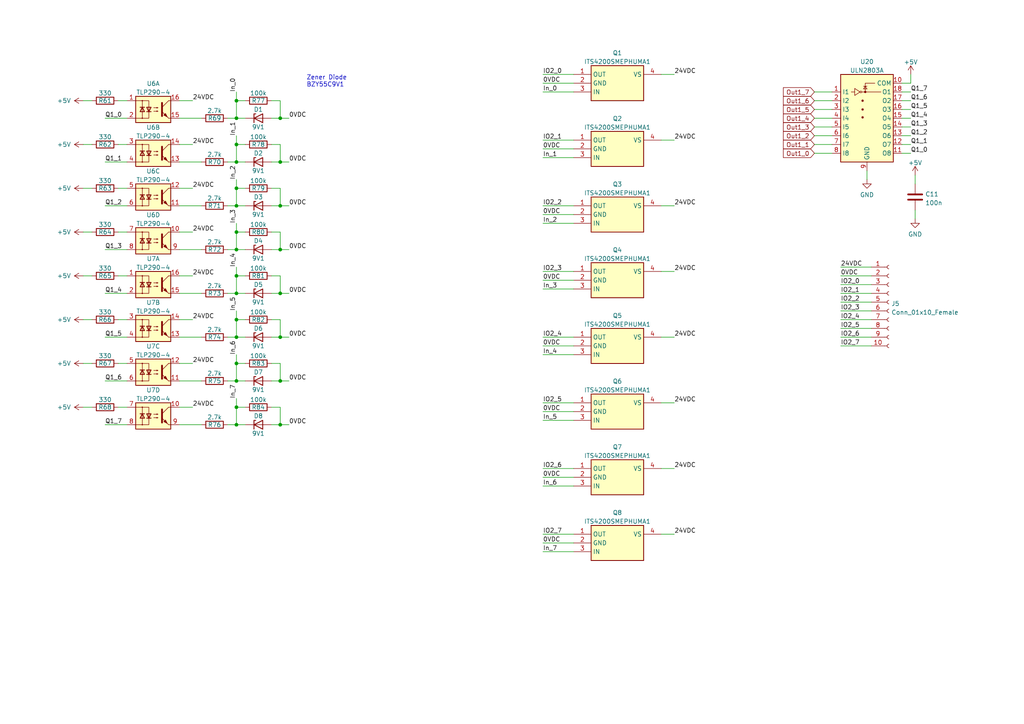
<source format=kicad_sch>
(kicad_sch (version 20230121) (generator eeschema)

  (uuid 099dc668-5e77-4993-91a5-5ce9bdac7504)

  (paper "A4")

  (lib_symbols
    (symbol "Added:ITS4200SMEPHUMA1" (in_bom yes) (on_board yes)
      (property "Reference" "Q" (at 12.7 6.35 0)
        (effects (font (size 1.27 1.27)))
      )
      (property "Value" "ITS4200SMEPHUMA1" (at 12.7 3.81 0)
        (effects (font (size 1.27 1.27)))
      )
      (property "Footprint" "Added:SOT230P700X170-4N" (at 12.7 -11.43 0)
        (effects (font (size 1.27 1.27)) hide)
      )
      (property "Datasheet" "https://componentsearchengine.com/Datasheets/2/ITS4200SMEPHUMA1.pdf" (at 11.43 -13.97 0)
        (effects (font (size 1.27 1.27)) hide)
      )
      (property "Mouser Price/Stock" "https://www.mouser.co.uk/ProductDetail/Infineon-Technologies/ITS4200SMEPHUMA1?qs=OwbwYO03UsKJsLSaYj%2FSKw%3D%3D" (at 21.59 -594.92 0)
        (effects (font (size 1.27 1.27)) (justify left top) hide)
      )
      (property "Manufacturer_Name" "Infineon" (at 21.59 -694.92 0)
        (effects (font (size 1.27 1.27)) (justify left top) hide)
      )
      (property "Manufacturer_Part_Number" "ITS4200SMEPHUMA1" (at 21.59 -794.92 0)
        (effects (font (size 1.27 1.27)) (justify left top) hide)
      )
      (property "ki_description" "INFINEON - ITS4200SMEPHUMA1 - , AEC-Q100, , 1, 13.5 V, 2.2 A/0.15 ohm, SOT-223-4" (at 0 0 0)
        (effects (font (size 1.27 1.27)) hide)
      )
      (symbol "ITS4200SMEPHUMA1_1_1"
        (rectangle (start 5.08 2.54) (end 20.32 -7.62)
          (stroke (width 0.254) (type default))
          (fill (type background))
        )
        (pin passive line (at 0 0 0) (length 5.08)
          (name "OUT" (effects (font (size 1.27 1.27))))
          (number "1" (effects (font (size 1.27 1.27))))
        )
        (pin passive line (at 0 -2.54 0) (length 5.08)
          (name "GND" (effects (font (size 1.27 1.27))))
          (number "2" (effects (font (size 1.27 1.27))))
        )
        (pin passive line (at 0 -5.08 0) (length 5.08)
          (name "IN" (effects (font (size 1.27 1.27))))
          (number "3" (effects (font (size 1.27 1.27))))
        )
        (pin passive line (at 25.4 0 180) (length 5.08)
          (name "VS" (effects (font (size 1.27 1.27))))
          (number "4" (effects (font (size 1.27 1.27))))
        )
      )
    )
    (symbol "Connector:Conn_01x10_Female" (pin_names (offset 1.016) hide) (in_bom yes) (on_board yes)
      (property "Reference" "J" (at 0 12.7 0)
        (effects (font (size 1.27 1.27)))
      )
      (property "Value" "Conn_01x10_Female" (at 0 -15.24 0)
        (effects (font (size 1.27 1.27)))
      )
      (property "Footprint" "" (at 0 0 0)
        (effects (font (size 1.27 1.27)) hide)
      )
      (property "Datasheet" "~" (at 0 0 0)
        (effects (font (size 1.27 1.27)) hide)
      )
      (property "ki_keywords" "connector" (at 0 0 0)
        (effects (font (size 1.27 1.27)) hide)
      )
      (property "ki_description" "Generic connector, single row, 01x10, script generated (kicad-library-utils/schlib/autogen/connector/)" (at 0 0 0)
        (effects (font (size 1.27 1.27)) hide)
      )
      (property "ki_fp_filters" "Connector*:*_1x??_*" (at 0 0 0)
        (effects (font (size 1.27 1.27)) hide)
      )
      (symbol "Conn_01x10_Female_1_1"
        (arc (start 0 -12.192) (mid -0.5058 -12.7) (end 0 -13.208)
          (stroke (width 0.1524) (type default))
          (fill (type none))
        )
        (arc (start 0 -9.652) (mid -0.5058 -10.16) (end 0 -10.668)
          (stroke (width 0.1524) (type default))
          (fill (type none))
        )
        (arc (start 0 -7.112) (mid -0.5058 -7.62) (end 0 -8.128)
          (stroke (width 0.1524) (type default))
          (fill (type none))
        )
        (arc (start 0 -4.572) (mid -0.5058 -5.08) (end 0 -5.588)
          (stroke (width 0.1524) (type default))
          (fill (type none))
        )
        (arc (start 0 -2.032) (mid -0.5058 -2.54) (end 0 -3.048)
          (stroke (width 0.1524) (type default))
          (fill (type none))
        )
        (polyline
          (pts
            (xy -1.27 -12.7)
            (xy -0.508 -12.7)
          )
          (stroke (width 0.1524) (type default))
          (fill (type none))
        )
        (polyline
          (pts
            (xy -1.27 -10.16)
            (xy -0.508 -10.16)
          )
          (stroke (width 0.1524) (type default))
          (fill (type none))
        )
        (polyline
          (pts
            (xy -1.27 -7.62)
            (xy -0.508 -7.62)
          )
          (stroke (width 0.1524) (type default))
          (fill (type none))
        )
        (polyline
          (pts
            (xy -1.27 -5.08)
            (xy -0.508 -5.08)
          )
          (stroke (width 0.1524) (type default))
          (fill (type none))
        )
        (polyline
          (pts
            (xy -1.27 -2.54)
            (xy -0.508 -2.54)
          )
          (stroke (width 0.1524) (type default))
          (fill (type none))
        )
        (polyline
          (pts
            (xy -1.27 0)
            (xy -0.508 0)
          )
          (stroke (width 0.1524) (type default))
          (fill (type none))
        )
        (polyline
          (pts
            (xy -1.27 2.54)
            (xy -0.508 2.54)
          )
          (stroke (width 0.1524) (type default))
          (fill (type none))
        )
        (polyline
          (pts
            (xy -1.27 5.08)
            (xy -0.508 5.08)
          )
          (stroke (width 0.1524) (type default))
          (fill (type none))
        )
        (polyline
          (pts
            (xy -1.27 7.62)
            (xy -0.508 7.62)
          )
          (stroke (width 0.1524) (type default))
          (fill (type none))
        )
        (polyline
          (pts
            (xy -1.27 10.16)
            (xy -0.508 10.16)
          )
          (stroke (width 0.1524) (type default))
          (fill (type none))
        )
        (arc (start 0 0.508) (mid -0.5058 0) (end 0 -0.508)
          (stroke (width 0.1524) (type default))
          (fill (type none))
        )
        (arc (start 0 3.048) (mid -0.5058 2.54) (end 0 2.032)
          (stroke (width 0.1524) (type default))
          (fill (type none))
        )
        (arc (start 0 5.588) (mid -0.5058 5.08) (end 0 4.572)
          (stroke (width 0.1524) (type default))
          (fill (type none))
        )
        (arc (start 0 8.128) (mid -0.5058 7.62) (end 0 7.112)
          (stroke (width 0.1524) (type default))
          (fill (type none))
        )
        (arc (start 0 10.668) (mid -0.5058 10.16) (end 0 9.652)
          (stroke (width 0.1524) (type default))
          (fill (type none))
        )
        (pin passive line (at -5.08 10.16 0) (length 3.81)
          (name "Pin_1" (effects (font (size 1.27 1.27))))
          (number "1" (effects (font (size 1.27 1.27))))
        )
        (pin passive line (at -5.08 -12.7 0) (length 3.81)
          (name "Pin_10" (effects (font (size 1.27 1.27))))
          (number "10" (effects (font (size 1.27 1.27))))
        )
        (pin passive line (at -5.08 7.62 0) (length 3.81)
          (name "Pin_2" (effects (font (size 1.27 1.27))))
          (number "2" (effects (font (size 1.27 1.27))))
        )
        (pin passive line (at -5.08 5.08 0) (length 3.81)
          (name "Pin_3" (effects (font (size 1.27 1.27))))
          (number "3" (effects (font (size 1.27 1.27))))
        )
        (pin passive line (at -5.08 2.54 0) (length 3.81)
          (name "Pin_4" (effects (font (size 1.27 1.27))))
          (number "4" (effects (font (size 1.27 1.27))))
        )
        (pin passive line (at -5.08 0 0) (length 3.81)
          (name "Pin_5" (effects (font (size 1.27 1.27))))
          (number "5" (effects (font (size 1.27 1.27))))
        )
        (pin passive line (at -5.08 -2.54 0) (length 3.81)
          (name "Pin_6" (effects (font (size 1.27 1.27))))
          (number "6" (effects (font (size 1.27 1.27))))
        )
        (pin passive line (at -5.08 -5.08 0) (length 3.81)
          (name "Pin_7" (effects (font (size 1.27 1.27))))
          (number "7" (effects (font (size 1.27 1.27))))
        )
        (pin passive line (at -5.08 -7.62 0) (length 3.81)
          (name "Pin_8" (effects (font (size 1.27 1.27))))
          (number "8" (effects (font (size 1.27 1.27))))
        )
        (pin passive line (at -5.08 -10.16 0) (length 3.81)
          (name "Pin_9" (effects (font (size 1.27 1.27))))
          (number "9" (effects (font (size 1.27 1.27))))
        )
      )
    )
    (symbol "Device:C" (pin_numbers hide) (pin_names (offset 0.254)) (in_bom yes) (on_board yes)
      (property "Reference" "C" (at 0.635 2.54 0)
        (effects (font (size 1.27 1.27)) (justify left))
      )
      (property "Value" "C" (at 0.635 -2.54 0)
        (effects (font (size 1.27 1.27)) (justify left))
      )
      (property "Footprint" "" (at 0.9652 -3.81 0)
        (effects (font (size 1.27 1.27)) hide)
      )
      (property "Datasheet" "~" (at 0 0 0)
        (effects (font (size 1.27 1.27)) hide)
      )
      (property "ki_keywords" "cap capacitor" (at 0 0 0)
        (effects (font (size 1.27 1.27)) hide)
      )
      (property "ki_description" "Unpolarized capacitor" (at 0 0 0)
        (effects (font (size 1.27 1.27)) hide)
      )
      (property "ki_fp_filters" "C_*" (at 0 0 0)
        (effects (font (size 1.27 1.27)) hide)
      )
      (symbol "C_0_1"
        (polyline
          (pts
            (xy -2.032 -0.762)
            (xy 2.032 -0.762)
          )
          (stroke (width 0.508) (type default))
          (fill (type none))
        )
        (polyline
          (pts
            (xy -2.032 0.762)
            (xy 2.032 0.762)
          )
          (stroke (width 0.508) (type default))
          (fill (type none))
        )
      )
      (symbol "C_1_1"
        (pin passive line (at 0 3.81 270) (length 2.794)
          (name "~" (effects (font (size 1.27 1.27))))
          (number "1" (effects (font (size 1.27 1.27))))
        )
        (pin passive line (at 0 -3.81 90) (length 2.794)
          (name "~" (effects (font (size 1.27 1.27))))
          (number "2" (effects (font (size 1.27 1.27))))
        )
      )
    )
    (symbol "Device:D_Zener" (pin_numbers hide) (pin_names (offset 1.016) hide) (in_bom yes) (on_board yes)
      (property "Reference" "D" (at 0 2.54 0)
        (effects (font (size 1.27 1.27)))
      )
      (property "Value" "D_Zener" (at 0 -2.54 0)
        (effects (font (size 1.27 1.27)))
      )
      (property "Footprint" "" (at 0 0 0)
        (effects (font (size 1.27 1.27)) hide)
      )
      (property "Datasheet" "~" (at 0 0 0)
        (effects (font (size 1.27 1.27)) hide)
      )
      (property "ki_keywords" "diode" (at 0 0 0)
        (effects (font (size 1.27 1.27)) hide)
      )
      (property "ki_description" "Zener diode" (at 0 0 0)
        (effects (font (size 1.27 1.27)) hide)
      )
      (property "ki_fp_filters" "TO-???* *_Diode_* *SingleDiode* D_*" (at 0 0 0)
        (effects (font (size 1.27 1.27)) hide)
      )
      (symbol "D_Zener_0_1"
        (polyline
          (pts
            (xy 1.27 0)
            (xy -1.27 0)
          )
          (stroke (width 0) (type default))
          (fill (type none))
        )
        (polyline
          (pts
            (xy -1.27 -1.27)
            (xy -1.27 1.27)
            (xy -0.762 1.27)
          )
          (stroke (width 0.254) (type default))
          (fill (type none))
        )
        (polyline
          (pts
            (xy 1.27 -1.27)
            (xy 1.27 1.27)
            (xy -1.27 0)
            (xy 1.27 -1.27)
          )
          (stroke (width 0.254) (type default))
          (fill (type none))
        )
      )
      (symbol "D_Zener_1_1"
        (pin passive line (at -3.81 0 0) (length 2.54)
          (name "K" (effects (font (size 1.27 1.27))))
          (number "1" (effects (font (size 1.27 1.27))))
        )
        (pin passive line (at 3.81 0 180) (length 2.54)
          (name "A" (effects (font (size 1.27 1.27))))
          (number "2" (effects (font (size 1.27 1.27))))
        )
      )
    )
    (symbol "Device:R" (pin_numbers hide) (pin_names (offset 0)) (in_bom yes) (on_board yes)
      (property "Reference" "R" (at 2.032 0 90)
        (effects (font (size 1.27 1.27)))
      )
      (property "Value" "R" (at 0 0 90)
        (effects (font (size 1.27 1.27)))
      )
      (property "Footprint" "" (at -1.778 0 90)
        (effects (font (size 1.27 1.27)) hide)
      )
      (property "Datasheet" "~" (at 0 0 0)
        (effects (font (size 1.27 1.27)) hide)
      )
      (property "ki_keywords" "R res resistor" (at 0 0 0)
        (effects (font (size 1.27 1.27)) hide)
      )
      (property "ki_description" "Resistor" (at 0 0 0)
        (effects (font (size 1.27 1.27)) hide)
      )
      (property "ki_fp_filters" "R_*" (at 0 0 0)
        (effects (font (size 1.27 1.27)) hide)
      )
      (symbol "R_0_1"
        (rectangle (start -1.016 -2.54) (end 1.016 2.54)
          (stroke (width 0.254) (type default))
          (fill (type none))
        )
      )
      (symbol "R_1_1"
        (pin passive line (at 0 3.81 270) (length 1.27)
          (name "~" (effects (font (size 1.27 1.27))))
          (number "1" (effects (font (size 1.27 1.27))))
        )
        (pin passive line (at 0 -3.81 90) (length 1.27)
          (name "~" (effects (font (size 1.27 1.27))))
          (number "2" (effects (font (size 1.27 1.27))))
        )
      )
    )
    (symbol "Isolator:TLP290-4" (pin_names (offset 1.016)) (in_bom yes) (on_board yes)
      (property "Reference" "U" (at -5.08 5.08 0)
        (effects (font (size 1.27 1.27)) (justify left))
      )
      (property "Value" "TLP290-4" (at 0 5.08 0)
        (effects (font (size 1.27 1.27)) (justify left))
      )
      (property "Footprint" "Package_SO:SOP-16_4.55x10.3mm_P1.27mm" (at -21.59 -5.08 0)
        (effects (font (size 1.27 1.27) italic) (justify left) hide)
      )
      (property "Datasheet" "https://toshiba.semicon-storage.com/info/docget.jsp?did=12855&prodName=TLP290-4" (at 0.635 0 0)
        (effects (font (size 1.27 1.27)) (justify left) hide)
      )
      (property "ki_keywords" "NPN AC DC Quad Phototransistor Optocoupler" (at 0 0 0)
        (effects (font (size 1.27 1.27)) hide)
      )
      (property "ki_description" "Quad AC/DC Phototransistor Optocoupler, Vce 80V, CTR 50-600%, SOP16" (at 0 0 0)
        (effects (font (size 1.27 1.27)) hide)
      )
      (property "ki_fp_filters" "SOP*4.55x10.3mm*P1.27mm*" (at 0 0 0)
        (effects (font (size 1.27 1.27)) hide)
      )
      (symbol "TLP290-4_0_1"
        (rectangle (start -5.08 3.81) (end 5.08 -3.81)
          (stroke (width 0.254) (type default))
          (fill (type background))
        )
        (circle (center -3.175 -2.54) (radius 0.127)
          (stroke (width 0) (type default))
          (fill (type none))
        )
        (circle (center -3.175 2.54) (radius 0.127)
          (stroke (width 0) (type default))
          (fill (type none))
        )
        (polyline
          (pts
            (xy -3.81 0.635)
            (xy -2.54 0.635)
          )
          (stroke (width 0.254) (type default))
          (fill (type none))
        )
        (polyline
          (pts
            (xy -3.175 -0.635)
            (xy -3.175 -2.54)
          )
          (stroke (width 0) (type default))
          (fill (type none))
        )
        (polyline
          (pts
            (xy -3.175 -0.635)
            (xy -3.175 2.54)
          )
          (stroke (width 0) (type default))
          (fill (type none))
        )
        (polyline
          (pts
            (xy -1.905 -0.635)
            (xy -0.635 -0.635)
          )
          (stroke (width 0.254) (type default))
          (fill (type none))
        )
        (polyline
          (pts
            (xy 2.54 0.635)
            (xy 4.445 2.54)
          )
          (stroke (width 0) (type default))
          (fill (type none))
        )
        (polyline
          (pts
            (xy 4.445 -2.54)
            (xy 2.54 -0.635)
          )
          (stroke (width 0) (type default))
          (fill (type outline))
        )
        (polyline
          (pts
            (xy 4.445 -2.54)
            (xy 5.08 -2.54)
          )
          (stroke (width 0) (type default))
          (fill (type none))
        )
        (polyline
          (pts
            (xy 4.445 2.54)
            (xy 5.08 2.54)
          )
          (stroke (width 0) (type default))
          (fill (type none))
        )
        (polyline
          (pts
            (xy -5.08 2.54)
            (xy -1.27 2.54)
            (xy -1.27 -0.635)
          )
          (stroke (width 0) (type default))
          (fill (type none))
        )
        (polyline
          (pts
            (xy -1.27 -0.635)
            (xy -1.27 -2.54)
            (xy -5.08 -2.54)
          )
          (stroke (width 0) (type default))
          (fill (type none))
        )
        (polyline
          (pts
            (xy 2.54 1.905)
            (xy 2.54 -1.905)
            (xy 2.54 -1.905)
          )
          (stroke (width 0.508) (type default))
          (fill (type none))
        )
        (polyline
          (pts
            (xy -3.175 0.635)
            (xy -3.81 -0.635)
            (xy -2.54 -0.635)
            (xy -3.175 0.635)
          )
          (stroke (width 0.254) (type default))
          (fill (type none))
        )
        (polyline
          (pts
            (xy -1.27 -0.635)
            (xy -1.905 0.635)
            (xy -0.635 0.635)
            (xy -1.27 -0.635)
          )
          (stroke (width 0.254) (type default))
          (fill (type none))
        )
        (polyline
          (pts
            (xy 0.127 -0.508)
            (xy 1.397 -0.508)
            (xy 1.016 -0.635)
            (xy 1.016 -0.381)
            (xy 1.397 -0.508)
          )
          (stroke (width 0) (type default))
          (fill (type none))
        )
        (polyline
          (pts
            (xy 0.127 0.508)
            (xy 1.397 0.508)
            (xy 1.016 0.381)
            (xy 1.016 0.635)
            (xy 1.397 0.508)
          )
          (stroke (width 0) (type default))
          (fill (type none))
        )
        (polyline
          (pts
            (xy 3.048 -1.651)
            (xy 3.556 -1.143)
            (xy 4.064 -2.159)
            (xy 3.048 -1.651)
            (xy 3.048 -1.651)
          )
          (stroke (width 0) (type default))
          (fill (type outline))
        )
      )
      (symbol "TLP290-4_1_1"
        (pin passive line (at -7.62 2.54 0) (length 2.54)
          (name "~" (effects (font (size 1.27 1.27))))
          (number "1" (effects (font (size 1.27 1.27))))
        )
        (pin passive line (at 7.62 -2.54 180) (length 2.54)
          (name "~" (effects (font (size 1.27 1.27))))
          (number "15" (effects (font (size 1.27 1.27))))
        )
        (pin passive line (at 7.62 2.54 180) (length 2.54)
          (name "~" (effects (font (size 1.27 1.27))))
          (number "16" (effects (font (size 1.27 1.27))))
        )
        (pin passive line (at -7.62 -2.54 0) (length 2.54)
          (name "~" (effects (font (size 1.27 1.27))))
          (number "2" (effects (font (size 1.27 1.27))))
        )
      )
      (symbol "TLP290-4_2_1"
        (pin passive line (at 7.62 -2.54 180) (length 2.54)
          (name "~" (effects (font (size 1.27 1.27))))
          (number "13" (effects (font (size 1.27 1.27))))
        )
        (pin passive line (at 7.62 2.54 180) (length 2.54)
          (name "~" (effects (font (size 1.27 1.27))))
          (number "14" (effects (font (size 1.27 1.27))))
        )
        (pin passive line (at -7.62 2.54 0) (length 2.54)
          (name "~" (effects (font (size 1.27 1.27))))
          (number "3" (effects (font (size 1.27 1.27))))
        )
        (pin passive line (at -7.62 -2.54 0) (length 2.54)
          (name "~" (effects (font (size 1.27 1.27))))
          (number "4" (effects (font (size 1.27 1.27))))
        )
      )
      (symbol "TLP290-4_3_1"
        (pin passive line (at 7.62 -2.54 180) (length 2.54)
          (name "~" (effects (font (size 1.27 1.27))))
          (number "11" (effects (font (size 1.27 1.27))))
        )
        (pin passive line (at 7.62 2.54 180) (length 2.54)
          (name "~" (effects (font (size 1.27 1.27))))
          (number "12" (effects (font (size 1.27 1.27))))
        )
        (pin passive line (at -7.62 2.54 0) (length 2.54)
          (name "~" (effects (font (size 1.27 1.27))))
          (number "5" (effects (font (size 1.27 1.27))))
        )
        (pin passive line (at -7.62 -2.54 0) (length 2.54)
          (name "~" (effects (font (size 1.27 1.27))))
          (number "6" (effects (font (size 1.27 1.27))))
        )
      )
      (symbol "TLP290-4_4_1"
        (pin passive line (at 7.62 2.54 180) (length 2.54)
          (name "~" (effects (font (size 1.27 1.27))))
          (number "10" (effects (font (size 1.27 1.27))))
        )
        (pin passive line (at -7.62 2.54 0) (length 2.54)
          (name "~" (effects (font (size 1.27 1.27))))
          (number "7" (effects (font (size 1.27 1.27))))
        )
        (pin passive line (at -7.62 -2.54 0) (length 2.54)
          (name "~" (effects (font (size 1.27 1.27))))
          (number "8" (effects (font (size 1.27 1.27))))
        )
        (pin passive line (at 7.62 -2.54 180) (length 2.54)
          (name "~" (effects (font (size 1.27 1.27))))
          (number "9" (effects (font (size 1.27 1.27))))
        )
      )
    )
    (symbol "Transistor_Array:ULN2803A" (in_bom yes) (on_board yes)
      (property "Reference" "U" (at 0 13.335 0)
        (effects (font (size 1.27 1.27)))
      )
      (property "Value" "ULN2803A" (at 0 11.43 0)
        (effects (font (size 1.27 1.27)))
      )
      (property "Footprint" "" (at 1.27 -16.51 0)
        (effects (font (size 1.27 1.27)) (justify left) hide)
      )
      (property "Datasheet" "http://www.ti.com/lit/ds/symlink/uln2803a.pdf" (at 2.54 -5.08 0)
        (effects (font (size 1.27 1.27)) hide)
      )
      (property "ki_keywords" "Darlington transistor array" (at 0 0 0)
        (effects (font (size 1.27 1.27)) hide)
      )
      (property "ki_description" "Darlington Transistor Arrays, SOIC18/DIP18" (at 0 0 0)
        (effects (font (size 1.27 1.27)) hide)
      )
      (property "ki_fp_filters" "DIP*W7.62mm* SOIC*7.5x11.6mm*P1.27mm*" (at 0 0 0)
        (effects (font (size 1.27 1.27)) hide)
      )
      (symbol "ULN2803A_0_1"
        (rectangle (start -7.62 -15.24) (end 7.62 10.16)
          (stroke (width 0.254) (type default))
          (fill (type background))
        )
        (circle (center -1.778 5.08) (radius 0.254)
          (stroke (width 0) (type default))
          (fill (type none))
        )
        (circle (center -1.27 -2.286) (radius 0.254)
          (stroke (width 0) (type default))
          (fill (type outline))
        )
        (circle (center -1.27 0) (radius 0.254)
          (stroke (width 0) (type default))
          (fill (type outline))
        )
        (circle (center -1.27 2.54) (radius 0.254)
          (stroke (width 0) (type default))
          (fill (type outline))
        )
        (circle (center -0.508 5.08) (radius 0.254)
          (stroke (width 0) (type default))
          (fill (type outline))
        )
        (polyline
          (pts
            (xy -4.572 5.08)
            (xy -3.556 5.08)
          )
          (stroke (width 0) (type default))
          (fill (type none))
        )
        (polyline
          (pts
            (xy -1.524 5.08)
            (xy 4.064 5.08)
          )
          (stroke (width 0) (type default))
          (fill (type none))
        )
        (polyline
          (pts
            (xy 0 6.731)
            (xy -1.016 6.731)
          )
          (stroke (width 0) (type default))
          (fill (type none))
        )
        (polyline
          (pts
            (xy -0.508 5.08)
            (xy -0.508 7.62)
            (xy 2.286 7.62)
          )
          (stroke (width 0) (type default))
          (fill (type none))
        )
        (polyline
          (pts
            (xy -3.556 6.096)
            (xy -3.556 4.064)
            (xy -2.032 5.08)
            (xy -3.556 6.096)
          )
          (stroke (width 0) (type default))
          (fill (type none))
        )
        (polyline
          (pts
            (xy 0 5.969)
            (xy -1.016 5.969)
            (xy -0.508 6.731)
            (xy 0 5.969)
          )
          (stroke (width 0) (type default))
          (fill (type none))
        )
      )
      (symbol "ULN2803A_1_1"
        (pin input line (at -10.16 5.08 0) (length 2.54)
          (name "I1" (effects (font (size 1.27 1.27))))
          (number "1" (effects (font (size 1.27 1.27))))
        )
        (pin passive line (at 10.16 7.62 180) (length 2.54)
          (name "COM" (effects (font (size 1.27 1.27))))
          (number "10" (effects (font (size 1.27 1.27))))
        )
        (pin open_collector line (at 10.16 -12.7 180) (length 2.54)
          (name "O8" (effects (font (size 1.27 1.27))))
          (number "11" (effects (font (size 1.27 1.27))))
        )
        (pin open_collector line (at 10.16 -10.16 180) (length 2.54)
          (name "O7" (effects (font (size 1.27 1.27))))
          (number "12" (effects (font (size 1.27 1.27))))
        )
        (pin open_collector line (at 10.16 -7.62 180) (length 2.54)
          (name "O6" (effects (font (size 1.27 1.27))))
          (number "13" (effects (font (size 1.27 1.27))))
        )
        (pin open_collector line (at 10.16 -5.08 180) (length 2.54)
          (name "O5" (effects (font (size 1.27 1.27))))
          (number "14" (effects (font (size 1.27 1.27))))
        )
        (pin open_collector line (at 10.16 -2.54 180) (length 2.54)
          (name "O4" (effects (font (size 1.27 1.27))))
          (number "15" (effects (font (size 1.27 1.27))))
        )
        (pin open_collector line (at 10.16 0 180) (length 2.54)
          (name "O3" (effects (font (size 1.27 1.27))))
          (number "16" (effects (font (size 1.27 1.27))))
        )
        (pin open_collector line (at 10.16 2.54 180) (length 2.54)
          (name "O2" (effects (font (size 1.27 1.27))))
          (number "17" (effects (font (size 1.27 1.27))))
        )
        (pin open_collector line (at 10.16 5.08 180) (length 2.54)
          (name "O1" (effects (font (size 1.27 1.27))))
          (number "18" (effects (font (size 1.27 1.27))))
        )
        (pin input line (at -10.16 2.54 0) (length 2.54)
          (name "I2" (effects (font (size 1.27 1.27))))
          (number "2" (effects (font (size 1.27 1.27))))
        )
        (pin input line (at -10.16 0 0) (length 2.54)
          (name "I3" (effects (font (size 1.27 1.27))))
          (number "3" (effects (font (size 1.27 1.27))))
        )
        (pin input line (at -10.16 -2.54 0) (length 2.54)
          (name "I4" (effects (font (size 1.27 1.27))))
          (number "4" (effects (font (size 1.27 1.27))))
        )
        (pin input line (at -10.16 -5.08 0) (length 2.54)
          (name "I5" (effects (font (size 1.27 1.27))))
          (number "5" (effects (font (size 1.27 1.27))))
        )
        (pin input line (at -10.16 -7.62 0) (length 2.54)
          (name "I6" (effects (font (size 1.27 1.27))))
          (number "6" (effects (font (size 1.27 1.27))))
        )
        (pin input line (at -10.16 -10.16 0) (length 2.54)
          (name "I7" (effects (font (size 1.27 1.27))))
          (number "7" (effects (font (size 1.27 1.27))))
        )
        (pin input line (at -10.16 -12.7 0) (length 2.54)
          (name "I8" (effects (font (size 1.27 1.27))))
          (number "8" (effects (font (size 1.27 1.27))))
        )
        (pin power_in line (at 0 -17.78 90) (length 2.54)
          (name "GND" (effects (font (size 1.27 1.27))))
          (number "9" (effects (font (size 1.27 1.27))))
        )
      )
    )
    (symbol "power:+5V" (power) (pin_names (offset 0)) (in_bom yes) (on_board yes)
      (property "Reference" "#PWR" (at 0 -3.81 0)
        (effects (font (size 1.27 1.27)) hide)
      )
      (property "Value" "+5V" (at 0 3.556 0)
        (effects (font (size 1.27 1.27)))
      )
      (property "Footprint" "" (at 0 0 0)
        (effects (font (size 1.27 1.27)) hide)
      )
      (property "Datasheet" "" (at 0 0 0)
        (effects (font (size 1.27 1.27)) hide)
      )
      (property "ki_keywords" "power-flag" (at 0 0 0)
        (effects (font (size 1.27 1.27)) hide)
      )
      (property "ki_description" "Power symbol creates a global label with name \"+5V\"" (at 0 0 0)
        (effects (font (size 1.27 1.27)) hide)
      )
      (symbol "+5V_0_1"
        (polyline
          (pts
            (xy -0.762 1.27)
            (xy 0 2.54)
          )
          (stroke (width 0) (type default))
          (fill (type none))
        )
        (polyline
          (pts
            (xy 0 0)
            (xy 0 2.54)
          )
          (stroke (width 0) (type default))
          (fill (type none))
        )
        (polyline
          (pts
            (xy 0 2.54)
            (xy 0.762 1.27)
          )
          (stroke (width 0) (type default))
          (fill (type none))
        )
      )
      (symbol "+5V_1_1"
        (pin power_in line (at 0 0 90) (length 0) hide
          (name "+5V" (effects (font (size 1.27 1.27))))
          (number "1" (effects (font (size 1.27 1.27))))
        )
      )
    )
    (symbol "power:GND" (power) (pin_names (offset 0)) (in_bom yes) (on_board yes)
      (property "Reference" "#PWR" (at 0 -6.35 0)
        (effects (font (size 1.27 1.27)) hide)
      )
      (property "Value" "GND" (at 0 -3.81 0)
        (effects (font (size 1.27 1.27)))
      )
      (property "Footprint" "" (at 0 0 0)
        (effects (font (size 1.27 1.27)) hide)
      )
      (property "Datasheet" "" (at 0 0 0)
        (effects (font (size 1.27 1.27)) hide)
      )
      (property "ki_keywords" "power-flag" (at 0 0 0)
        (effects (font (size 1.27 1.27)) hide)
      )
      (property "ki_description" "Power symbol creates a global label with name \"GND\" , ground" (at 0 0 0)
        (effects (font (size 1.27 1.27)) hide)
      )
      (symbol "GND_0_1"
        (polyline
          (pts
            (xy 0 0)
            (xy 0 -1.27)
            (xy 1.27 -1.27)
            (xy 0 -2.54)
            (xy -1.27 -1.27)
            (xy 0 -1.27)
          )
          (stroke (width 0) (type default))
          (fill (type none))
        )
      )
      (symbol "GND_1_1"
        (pin power_in line (at 0 0 270) (length 0) hide
          (name "GND" (effects (font (size 1.27 1.27))))
          (number "1" (effects (font (size 1.27 1.27))))
        )
      )
    )
  )

  (junction (at 68.58 85.09) (diameter 0) (color 0 0 0 0)
    (uuid 110ac113-fa39-4553-a7bf-36a866c43512)
  )
  (junction (at 81.28 59.69) (diameter 0) (color 0 0 0 0)
    (uuid 153d9f34-0a97-4099-a36f-9d772c7ad40a)
  )
  (junction (at 81.28 97.79) (diameter 0) (color 0 0 0 0)
    (uuid 28c7ca47-9b6b-4951-8f6e-0af7f6d3a946)
  )
  (junction (at 81.28 123.19) (diameter 0) (color 0 0 0 0)
    (uuid 5dd21449-025b-4941-9f65-e6761a556bf4)
  )
  (junction (at 68.58 34.29) (diameter 0) (color 0 0 0 0)
    (uuid 7b5f5bbf-a6c0-45ed-b71a-e8c94c4f6c69)
  )
  (junction (at 68.58 67.31) (diameter 0) (color 0 0 0 0)
    (uuid 82aa6484-2940-494d-ac15-695d35cfecf5)
  )
  (junction (at 81.28 34.29) (diameter 0) (color 0 0 0 0)
    (uuid 84304e48-e620-43ac-8e8e-24c53aba0b34)
  )
  (junction (at 68.58 46.99) (diameter 0) (color 0 0 0 0)
    (uuid 864ce975-2350-485b-9f92-a50a9615b1d8)
  )
  (junction (at 68.58 72.39) (diameter 0) (color 0 0 0 0)
    (uuid 9544d73d-2a11-4b66-830e-afb9b211a82d)
  )
  (junction (at 68.58 54.61) (diameter 0) (color 0 0 0 0)
    (uuid 9bdcd051-3cda-47bf-97f9-bd7facb1ff8f)
  )
  (junction (at 68.58 92.71) (diameter 0) (color 0 0 0 0)
    (uuid a2eab643-9a5d-44cb-8cca-309c02158ece)
  )
  (junction (at 68.58 118.11) (diameter 0) (color 0 0 0 0)
    (uuid ae76a9c4-1822-40bb-a864-aaca92bda259)
  )
  (junction (at 81.28 85.09) (diameter 0) (color 0 0 0 0)
    (uuid b9253aec-62ea-43f9-8b08-148a12f5a5ff)
  )
  (junction (at 68.58 97.79) (diameter 0) (color 0 0 0 0)
    (uuid bba9b2ca-0ccd-4434-8c60-04a7b78a46ba)
  )
  (junction (at 68.58 41.91) (diameter 0) (color 0 0 0 0)
    (uuid c08d31e8-d4e0-4f35-b718-eed854ad52ee)
  )
  (junction (at 81.28 72.39) (diameter 0) (color 0 0 0 0)
    (uuid c27ee009-ecf6-4bf1-bd7f-b619efe1bc03)
  )
  (junction (at 68.58 80.01) (diameter 0) (color 0 0 0 0)
    (uuid ca2f2c7f-85b9-4d16-8854-1603f265358e)
  )
  (junction (at 68.58 105.41) (diameter 0) (color 0 0 0 0)
    (uuid cf643348-2b11-4b3e-be8e-29ce46d88790)
  )
  (junction (at 81.28 46.99) (diameter 0) (color 0 0 0 0)
    (uuid d4b3f980-ce41-4af9-9224-dbb9af9bad84)
  )
  (junction (at 68.58 123.19) (diameter 0) (color 0 0 0 0)
    (uuid d95490f2-3181-44c4-a7f4-592ea2f0a2d2)
  )
  (junction (at 81.28 110.49) (diameter 0) (color 0 0 0 0)
    (uuid eac56c5a-6753-433f-b82b-e74fbfce4ffd)
  )
  (junction (at 68.58 59.69) (diameter 0) (color 0 0 0 0)
    (uuid ee081167-d67c-43d4-b18a-5d18fd9b5ac6)
  )
  (junction (at 68.58 29.21) (diameter 0) (color 0 0 0 0)
    (uuid eec7cdf0-a20e-4962-8d38-93584fa5b464)
  )
  (junction (at 68.58 110.49) (diameter 0) (color 0 0 0 0)
    (uuid ff841e24-fd4e-410a-93c6-c4b34358bdf6)
  )

  (wire (pts (xy 191.77 154.94) (xy 195.58 154.94))
    (stroke (width 0) (type default))
    (uuid 02b11687-7437-4505-b61f-4b10477d73da)
  )
  (wire (pts (xy 66.04 123.19) (xy 68.58 123.19))
    (stroke (width 0) (type default))
    (uuid 032e47f1-5613-409e-b9c4-f15a1e4287df)
  )
  (wire (pts (xy 236.22 44.45) (xy 241.3 44.45))
    (stroke (width 0) (type default))
    (uuid 065bb798-cb8c-4a7f-9aaa-cda44f52c26c)
  )
  (wire (pts (xy 157.48 140.97) (xy 166.37 140.97))
    (stroke (width 0) (type default))
    (uuid 068e3637-036c-4b95-986f-a83b26f935aa)
  )
  (wire (pts (xy 157.48 135.89) (xy 166.37 135.89))
    (stroke (width 0) (type default))
    (uuid 0bbdf1dc-fc39-4c38-a042-6b3094350b0c)
  )
  (wire (pts (xy 52.07 29.21) (xy 55.88 29.21))
    (stroke (width 0) (type default))
    (uuid 0c6b8ec5-e610-4f54-af3d-d7af9161af8c)
  )
  (wire (pts (xy 157.48 26.67) (xy 166.37 26.67))
    (stroke (width 0) (type default))
    (uuid 0e7ce5ef-1a1f-4e0c-820a-a3e9acf5a027)
  )
  (wire (pts (xy 68.58 46.99) (xy 71.12 46.99))
    (stroke (width 0) (type default))
    (uuid 1188aa5c-cd7c-47ed-b838-f7c964bf0d61)
  )
  (wire (pts (xy 24.13 118.11) (xy 26.67 118.11))
    (stroke (width 0) (type default))
    (uuid 12ceac68-fa7a-4882-b167-739fdfd2242f)
  )
  (wire (pts (xy 68.58 54.61) (xy 71.12 54.61))
    (stroke (width 0) (type default))
    (uuid 19679651-e41e-4be9-8a3f-25aa828a9efd)
  )
  (wire (pts (xy 81.28 85.09) (xy 78.74 85.09))
    (stroke (width 0) (type default))
    (uuid 19ef8643-48bc-4698-9141-1547280005c6)
  )
  (wire (pts (xy 68.58 72.39) (xy 71.12 72.39))
    (stroke (width 0) (type default))
    (uuid 1afc0236-9a94-4534-8bea-fee13ca9b25e)
  )
  (wire (pts (xy 68.58 72.39) (xy 68.58 67.31))
    (stroke (width 0) (type default))
    (uuid 1ce10561-451d-4652-a613-5edcfd97f497)
  )
  (wire (pts (xy 30.48 110.49) (xy 36.83 110.49))
    (stroke (width 0) (type default))
    (uuid 1e90c52b-35e4-4e4f-b8e5-0dcc0ad58ebc)
  )
  (wire (pts (xy 68.58 97.79) (xy 68.58 92.71))
    (stroke (width 0) (type default))
    (uuid 2007ea62-bfc9-4adf-926e-18db083575a1)
  )
  (wire (pts (xy 34.29 80.01) (xy 36.83 80.01))
    (stroke (width 0) (type default))
    (uuid 205c525e-0f36-4ae3-9535-16c0562a609b)
  )
  (wire (pts (xy 264.16 36.83) (xy 261.62 36.83))
    (stroke (width 0) (type default))
    (uuid 2195f5ec-9ee0-43c6-922f-755d2bf41ca7)
  )
  (wire (pts (xy 30.48 85.09) (xy 36.83 85.09))
    (stroke (width 0) (type default))
    (uuid 21d08ab7-ee96-47ac-8654-fecbff0c54ef)
  )
  (wire (pts (xy 52.07 54.61) (xy 55.88 54.61))
    (stroke (width 0) (type default))
    (uuid 21d3c944-0269-4b3e-a477-2ff58e02b863)
  )
  (wire (pts (xy 191.77 78.74) (xy 195.58 78.74))
    (stroke (width 0) (type default))
    (uuid 241476ac-cf4a-48b3-b651-333be3021d8e)
  )
  (wire (pts (xy 191.77 135.89) (xy 195.58 135.89))
    (stroke (width 0) (type default))
    (uuid 280dcfd0-ff95-4844-800a-3236c6dcc847)
  )
  (wire (pts (xy 66.04 46.99) (xy 68.58 46.99))
    (stroke (width 0) (type default))
    (uuid 28989fb6-79d8-42ae-8ed4-4b3492b4385e)
  )
  (wire (pts (xy 81.28 110.49) (xy 78.74 110.49))
    (stroke (width 0) (type default))
    (uuid 28df3661-0b4d-47f3-9042-e24495d76304)
  )
  (wire (pts (xy 157.48 40.64) (xy 166.37 40.64))
    (stroke (width 0) (type default))
    (uuid 297e0698-2bdf-4dea-b08a-b10317941874)
  )
  (wire (pts (xy 81.28 80.01) (xy 81.28 85.09))
    (stroke (width 0) (type default))
    (uuid 2a3cc2b6-5a74-4ec0-9e6b-fb1ebafd3faf)
  )
  (wire (pts (xy 265.43 50.8) (xy 265.43 53.34))
    (stroke (width 0) (type default))
    (uuid 2aacf3ca-7d41-400b-ba64-6b7c2eee517e)
  )
  (wire (pts (xy 30.48 123.19) (xy 36.83 123.19))
    (stroke (width 0) (type default))
    (uuid 2ae6656e-9272-44f4-bc9a-3d359e91d9c2)
  )
  (wire (pts (xy 52.07 80.01) (xy 55.88 80.01))
    (stroke (width 0) (type default))
    (uuid 2b33e96e-7d61-49bb-9b2d-002b7d6e6dd4)
  )
  (wire (pts (xy 66.04 59.69) (xy 68.58 59.69))
    (stroke (width 0) (type default))
    (uuid 2bd4f018-f9a0-471a-a7b9-2d347c9793dd)
  )
  (wire (pts (xy 78.74 105.41) (xy 81.28 105.41))
    (stroke (width 0) (type default))
    (uuid 2e3eca5e-e4db-4b4e-b2d1-ea6b9df926c0)
  )
  (wire (pts (xy 157.48 43.18) (xy 166.37 43.18))
    (stroke (width 0) (type default))
    (uuid 2ee78a5e-b629-4091-8180-71b7fa3c35fc)
  )
  (wire (pts (xy 236.22 41.91) (xy 241.3 41.91))
    (stroke (width 0) (type default))
    (uuid 3074a711-54bc-4920-a08a-420f54df5c3c)
  )
  (wire (pts (xy 66.04 110.49) (xy 68.58 110.49))
    (stroke (width 0) (type default))
    (uuid 308162c2-9790-4eaf-baf1-ca7fa3ebf552)
  )
  (wire (pts (xy 157.48 102.87) (xy 166.37 102.87))
    (stroke (width 0) (type default))
    (uuid 332abb25-63e3-4c80-81ed-54ae2c1e5506)
  )
  (wire (pts (xy 34.29 54.61) (xy 36.83 54.61))
    (stroke (width 0) (type default))
    (uuid 33d1be6d-0e87-4a90-9fe0-cdaa3f7d68e8)
  )
  (wire (pts (xy 78.74 92.71) (xy 81.28 92.71))
    (stroke (width 0) (type default))
    (uuid 36325712-82ef-4e9f-9b9e-77f35000fc26)
  )
  (wire (pts (xy 52.07 85.09) (xy 58.42 85.09))
    (stroke (width 0) (type default))
    (uuid 3a301b86-93a3-4d6d-9625-f7298b991547)
  )
  (wire (pts (xy 24.13 105.41) (xy 26.67 105.41))
    (stroke (width 0) (type default))
    (uuid 3a58fbf6-a334-4970-aedb-cae930469b99)
  )
  (wire (pts (xy 81.28 72.39) (xy 78.74 72.39))
    (stroke (width 0) (type default))
    (uuid 3d44eb4e-bfb0-496a-a761-fc5b661e120f)
  )
  (wire (pts (xy 261.62 24.13) (xy 264.16 24.13))
    (stroke (width 0) (type default))
    (uuid 3e9fa2ee-69cf-4ae2-aff7-e7e5e0b08e11)
  )
  (wire (pts (xy 243.84 90.17) (xy 252.73 90.17))
    (stroke (width 0) (type default))
    (uuid 40644188-aac0-45be-84d6-0279ba6e1a34)
  )
  (wire (pts (xy 243.84 100.33) (xy 252.73 100.33))
    (stroke (width 0) (type default))
    (uuid 40d81fcb-a1a7-41c0-8243-228efa458746)
  )
  (wire (pts (xy 68.58 105.41) (xy 71.12 105.41))
    (stroke (width 0) (type default))
    (uuid 413b1cb0-9d94-4bd5-8290-3f0c8342972a)
  )
  (wire (pts (xy 24.13 80.01) (xy 26.67 80.01))
    (stroke (width 0) (type default))
    (uuid 4163cc76-9c00-4897-9f82-c8ea990d1c62)
  )
  (wire (pts (xy 157.48 81.28) (xy 166.37 81.28))
    (stroke (width 0) (type default))
    (uuid 423f928c-072d-4fd6-884b-cd8121060972)
  )
  (wire (pts (xy 68.58 29.21) (xy 71.12 29.21))
    (stroke (width 0) (type default))
    (uuid 44d80e3a-2094-40e1-8b11-c6a7bc26a5f4)
  )
  (wire (pts (xy 24.13 92.71) (xy 26.67 92.71))
    (stroke (width 0) (type default))
    (uuid 4525054a-c8e9-4c65-9e02-e9a7619239f1)
  )
  (wire (pts (xy 243.84 87.63) (xy 252.73 87.63))
    (stroke (width 0) (type default))
    (uuid 47712ce2-37d9-41fa-bef7-45ae202985a1)
  )
  (wire (pts (xy 52.07 105.41) (xy 55.88 105.41))
    (stroke (width 0) (type default))
    (uuid 48d05c7b-6451-46fa-be57-d81dd286d0c2)
  )
  (wire (pts (xy 52.07 46.99) (xy 58.42 46.99))
    (stroke (width 0) (type default))
    (uuid 49deb32f-1cc5-4257-a9c5-c1bfe29fbe20)
  )
  (wire (pts (xy 236.22 26.67) (xy 241.3 26.67))
    (stroke (width 0) (type default))
    (uuid 4ac4f894-2792-45a8-a6e1-65aa1733d84e)
  )
  (wire (pts (xy 52.07 72.39) (xy 58.42 72.39))
    (stroke (width 0) (type default))
    (uuid 4ba3fe04-e65b-4116-b11b-124dc35b22c2)
  )
  (wire (pts (xy 68.58 59.69) (xy 71.12 59.69))
    (stroke (width 0) (type default))
    (uuid 4bf170a8-8f9e-4f49-85c6-2fbefc89ff4b)
  )
  (wire (pts (xy 81.28 46.99) (xy 78.74 46.99))
    (stroke (width 0) (type default))
    (uuid 4dadcff7-baae-442f-b4f6-4df93c3c9f25)
  )
  (wire (pts (xy 78.74 54.61) (xy 81.28 54.61))
    (stroke (width 0) (type default))
    (uuid 4dcd9b7a-85b4-4f04-8f06-181fc96988b3)
  )
  (wire (pts (xy 264.16 39.37) (xy 261.62 39.37))
    (stroke (width 0) (type default))
    (uuid 4eac072e-e54d-4b4e-b8f4-a48d92f894f6)
  )
  (wire (pts (xy 81.28 110.49) (xy 83.82 110.49))
    (stroke (width 0) (type default))
    (uuid 4ff5e07f-2ed9-4b13-acaf-f57108fdb1c9)
  )
  (wire (pts (xy 24.13 41.91) (xy 26.67 41.91))
    (stroke (width 0) (type default))
    (uuid 5157a597-cb63-44d0-b49a-e16499b36a46)
  )
  (wire (pts (xy 30.48 59.69) (xy 36.83 59.69))
    (stroke (width 0) (type default))
    (uuid 5228e8c6-9597-4476-b1d1-0342abd46618)
  )
  (wire (pts (xy 68.58 92.71) (xy 71.12 92.71))
    (stroke (width 0) (type default))
    (uuid 52c65d25-07b6-48a3-ad57-df558ee5058c)
  )
  (wire (pts (xy 157.48 119.38) (xy 166.37 119.38))
    (stroke (width 0) (type default))
    (uuid 570b2656-7541-47ea-a753-3cef644b8f93)
  )
  (wire (pts (xy 34.29 29.21) (xy 36.83 29.21))
    (stroke (width 0) (type default))
    (uuid 5796b064-c99e-44a9-b0f5-95304091c748)
  )
  (wire (pts (xy 68.58 110.49) (xy 68.58 105.41))
    (stroke (width 0) (type default))
    (uuid 5e7c218f-b060-4eac-b099-43515043cc56)
  )
  (wire (pts (xy 81.28 118.11) (xy 81.28 123.19))
    (stroke (width 0) (type default))
    (uuid 5f37fe61-7337-477f-952e-7ed7e5755c26)
  )
  (wire (pts (xy 243.84 77.47) (xy 252.73 77.47))
    (stroke (width 0) (type default))
    (uuid 60038325-0d3e-445e-8e40-f24b0d204da5)
  )
  (wire (pts (xy 24.13 29.21) (xy 26.67 29.21))
    (stroke (width 0) (type default))
    (uuid 60a33a12-0acf-47ef-85d5-1fe777247894)
  )
  (wire (pts (xy 52.07 110.49) (xy 58.42 110.49))
    (stroke (width 0) (type default))
    (uuid 63c9782b-b4ac-4c15-bd6b-a35be7e116f3)
  )
  (wire (pts (xy 52.07 59.69) (xy 58.42 59.69))
    (stroke (width 0) (type default))
    (uuid 6611ca2c-52cf-432c-9519-a8ad56eead24)
  )
  (wire (pts (xy 68.58 39.37) (xy 68.58 41.91))
    (stroke (width 0) (type default))
    (uuid 66ca7b52-d436-42f6-9a87-7fea5983810f)
  )
  (wire (pts (xy 52.07 118.11) (xy 55.88 118.11))
    (stroke (width 0) (type default))
    (uuid 675e5a5f-f237-4902-bb22-7e85a409df8e)
  )
  (wire (pts (xy 191.77 21.59) (xy 195.58 21.59))
    (stroke (width 0) (type default))
    (uuid 6a3881fd-d156-4769-b2bc-f7c5771ba8ad)
  )
  (wire (pts (xy 66.04 85.09) (xy 68.58 85.09))
    (stroke (width 0) (type default))
    (uuid 6e5891f4-fa13-4263-b3d0-c508e1d8923f)
  )
  (wire (pts (xy 52.07 67.31) (xy 55.88 67.31))
    (stroke (width 0) (type default))
    (uuid 6f54cbc9-3de4-42e6-8acc-420bbd00eb06)
  )
  (wire (pts (xy 81.28 85.09) (xy 83.82 85.09))
    (stroke (width 0) (type default))
    (uuid 7265c96e-a9ff-4161-9dea-9de54a89f9b1)
  )
  (wire (pts (xy 264.16 31.75) (xy 261.62 31.75))
    (stroke (width 0) (type default))
    (uuid 73dacd45-2b58-4b4c-a534-832476295fbb)
  )
  (wire (pts (xy 157.48 59.69) (xy 166.37 59.69))
    (stroke (width 0) (type default))
    (uuid 74eeda70-4e17-4c1d-81bf-8dbb0495261d)
  )
  (wire (pts (xy 264.16 29.21) (xy 261.62 29.21))
    (stroke (width 0) (type default))
    (uuid 7593adb4-f955-4b6b-a6fe-b5758961e626)
  )
  (wire (pts (xy 236.22 29.21) (xy 241.3 29.21))
    (stroke (width 0) (type default))
    (uuid 7a02406a-cfa5-4ccc-9b27-7e9181e06636)
  )
  (wire (pts (xy 24.13 54.61) (xy 26.67 54.61))
    (stroke (width 0) (type default))
    (uuid 7b0715c8-960d-4ab0-b29e-d7470c0dd345)
  )
  (wire (pts (xy 243.84 85.09) (xy 252.73 85.09))
    (stroke (width 0) (type default))
    (uuid 7b2c31e7-0ca7-408b-81c6-49a0a98b9ab0)
  )
  (wire (pts (xy 243.84 95.25) (xy 252.73 95.25))
    (stroke (width 0) (type default))
    (uuid 7c64f6ae-a999-4605-926c-b2cb68f110af)
  )
  (wire (pts (xy 68.58 80.01) (xy 71.12 80.01))
    (stroke (width 0) (type default))
    (uuid 7d0887e6-292e-4dcd-a790-177d349b05f4)
  )
  (wire (pts (xy 191.77 59.69) (xy 195.58 59.69))
    (stroke (width 0) (type default))
    (uuid 7d1629b4-92e2-494d-8418-200989973757)
  )
  (wire (pts (xy 81.28 97.79) (xy 78.74 97.79))
    (stroke (width 0) (type default))
    (uuid 7d846271-d218-466c-bf29-b4f018242f2e)
  )
  (wire (pts (xy 78.74 67.31) (xy 81.28 67.31))
    (stroke (width 0) (type default))
    (uuid 7ea0b98b-9d06-44b1-8b76-3772d147d09f)
  )
  (wire (pts (xy 191.77 40.64) (xy 195.58 40.64))
    (stroke (width 0) (type default))
    (uuid 7efe3227-e937-4e42-8714-7c3a92a99e0f)
  )
  (wire (pts (xy 68.58 123.19) (xy 71.12 123.19))
    (stroke (width 0) (type default))
    (uuid 801cd3b6-aa6e-4d10-8452-d3ab19c15b6e)
  )
  (wire (pts (xy 34.29 67.31) (xy 36.83 67.31))
    (stroke (width 0) (type default))
    (uuid 806b6181-d53f-48d8-8f88-431504f90b2d)
  )
  (wire (pts (xy 68.58 64.77) (xy 68.58 67.31))
    (stroke (width 0) (type default))
    (uuid 8112683e-d9db-4660-bf41-2f73ca6f8573)
  )
  (wire (pts (xy 236.22 39.37) (xy 241.3 39.37))
    (stroke (width 0) (type default))
    (uuid 83a3d2b7-a179-4332-8be5-bf419d78694f)
  )
  (wire (pts (xy 68.58 41.91) (xy 71.12 41.91))
    (stroke (width 0) (type default))
    (uuid 83bfecaa-1f83-4157-aeaa-fa96966bb9bb)
  )
  (wire (pts (xy 157.48 62.23) (xy 166.37 62.23))
    (stroke (width 0) (type default))
    (uuid 848f9261-ecd9-4571-97ed-d93ab9ef4a01)
  )
  (wire (pts (xy 68.58 59.69) (xy 68.58 54.61))
    (stroke (width 0) (type default))
    (uuid 851c5695-bd54-4c51-8374-178e86172cf6)
  )
  (wire (pts (xy 157.48 121.92) (xy 166.37 121.92))
    (stroke (width 0) (type default))
    (uuid 857e3b89-1135-45fe-84ec-4e216526f5b3)
  )
  (wire (pts (xy 81.28 29.21) (xy 81.28 34.29))
    (stroke (width 0) (type default))
    (uuid 85a91756-528e-445d-9603-655837248a95)
  )
  (wire (pts (xy 236.22 34.29) (xy 241.3 34.29))
    (stroke (width 0) (type default))
    (uuid 85bd7b07-f8d7-4b66-86ad-6b550ca62420)
  )
  (wire (pts (xy 157.48 83.82) (xy 166.37 83.82))
    (stroke (width 0) (type default))
    (uuid 86a23f6b-061a-468a-819d-76d1fdab5615)
  )
  (wire (pts (xy 81.28 97.79) (xy 83.82 97.79))
    (stroke (width 0) (type default))
    (uuid 86afec25-8184-43a8-9520-9b178a5ae577)
  )
  (wire (pts (xy 52.07 123.19) (xy 58.42 123.19))
    (stroke (width 0) (type default))
    (uuid 88b5bca9-5403-490e-a2be-775c864b9bbb)
  )
  (wire (pts (xy 264.16 41.91) (xy 261.62 41.91))
    (stroke (width 0) (type default))
    (uuid 8d9056f0-149b-4e26-a479-b0eb877c024b)
  )
  (wire (pts (xy 68.58 110.49) (xy 71.12 110.49))
    (stroke (width 0) (type default))
    (uuid 8e0959e6-5f60-4097-bb3c-b5fea5a809dd)
  )
  (wire (pts (xy 157.48 154.94) (xy 166.37 154.94))
    (stroke (width 0) (type default))
    (uuid 9364ecb4-8489-45ea-971a-1748257d7e61)
  )
  (wire (pts (xy 68.58 97.79) (xy 71.12 97.79))
    (stroke (width 0) (type default))
    (uuid 93de9210-5f0a-4f60-b145-ce999a14865b)
  )
  (wire (pts (xy 81.28 123.19) (xy 78.74 123.19))
    (stroke (width 0) (type default))
    (uuid 95207cbf-df67-447c-b305-57bacf85ab95)
  )
  (wire (pts (xy 81.28 123.19) (xy 83.82 123.19))
    (stroke (width 0) (type default))
    (uuid 9588ddcf-d196-4b96-9086-3fcac7995ca7)
  )
  (wire (pts (xy 264.16 34.29) (xy 261.62 34.29))
    (stroke (width 0) (type default))
    (uuid 9763dec3-0816-4dac-9fc3-57e2d76eaf89)
  )
  (wire (pts (xy 157.48 116.84) (xy 166.37 116.84))
    (stroke (width 0) (type default))
    (uuid 976d5e18-76aa-43ae-9be4-b7f32f48ef2a)
  )
  (wire (pts (xy 157.48 157.48) (xy 166.37 157.48))
    (stroke (width 0) (type default))
    (uuid 9924cbbe-8eae-45cb-aa20-6212b614c773)
  )
  (wire (pts (xy 251.46 49.53) (xy 251.46 52.07))
    (stroke (width 0) (type default))
    (uuid 9ab66b20-84be-42c6-9591-f4b57871fefa)
  )
  (wire (pts (xy 157.48 64.77) (xy 166.37 64.77))
    (stroke (width 0) (type default))
    (uuid 9d4591ca-aaf8-45c5-831a-d9dfef19ce23)
  )
  (wire (pts (xy 30.48 97.79) (xy 36.83 97.79))
    (stroke (width 0) (type default))
    (uuid 9eabd68c-e877-422f-a715-086219148940)
  )
  (wire (pts (xy 81.28 72.39) (xy 83.82 72.39))
    (stroke (width 0) (type default))
    (uuid 9edc0c00-a53a-4019-a889-6f071cd42cc6)
  )
  (wire (pts (xy 78.74 80.01) (xy 81.28 80.01))
    (stroke (width 0) (type default))
    (uuid a215a4e9-bbeb-43d2-8a41-9f9f8ffa0704)
  )
  (wire (pts (xy 157.48 160.02) (xy 166.37 160.02))
    (stroke (width 0) (type default))
    (uuid a25f92ce-f283-4b22-8428-8755cc4f0e27)
  )
  (wire (pts (xy 34.29 41.91) (xy 36.83 41.91))
    (stroke (width 0) (type default))
    (uuid a3dc10d2-5f88-49c0-880f-6bd9a8e85128)
  )
  (wire (pts (xy 24.13 67.31) (xy 26.67 67.31))
    (stroke (width 0) (type default))
    (uuid a3e68f4e-1bad-4b2a-af62-ba533bf2452d)
  )
  (wire (pts (xy 68.58 118.11) (xy 71.12 118.11))
    (stroke (width 0) (type default))
    (uuid a5938fa2-f7d6-4a90-b233-eb09ee01054d)
  )
  (wire (pts (xy 52.07 92.71) (xy 55.88 92.71))
    (stroke (width 0) (type default))
    (uuid a59b52fe-b578-4ad1-ab0a-5b8100ac3209)
  )
  (wire (pts (xy 81.28 34.29) (xy 83.82 34.29))
    (stroke (width 0) (type default))
    (uuid a81fbf98-288c-48a2-8ca0-d3e5caf4d0d1)
  )
  (wire (pts (xy 30.48 72.39) (xy 36.83 72.39))
    (stroke (width 0) (type default))
    (uuid a8681092-750f-4364-8769-f71891091ff1)
  )
  (wire (pts (xy 81.28 41.91) (xy 81.28 46.99))
    (stroke (width 0) (type default))
    (uuid aa039b64-c793-407f-9025-bb2819877a7f)
  )
  (wire (pts (xy 191.77 97.79) (xy 195.58 97.79))
    (stroke (width 0) (type default))
    (uuid ac504479-911c-4b48-8166-0b50fee9d2e1)
  )
  (wire (pts (xy 68.58 52.07) (xy 68.58 54.61))
    (stroke (width 0) (type default))
    (uuid acd86706-a6f2-4359-90f2-c047114d515d)
  )
  (wire (pts (xy 68.58 115.57) (xy 68.58 118.11))
    (stroke (width 0) (type default))
    (uuid b124e31b-73c0-4b99-86e4-488f6cda21ef)
  )
  (wire (pts (xy 236.22 36.83) (xy 241.3 36.83))
    (stroke (width 0) (type default))
    (uuid b2318338-2f38-4763-bb6f-b2f3f1f7ee24)
  )
  (wire (pts (xy 264.16 26.67) (xy 261.62 26.67))
    (stroke (width 0) (type default))
    (uuid b252d7fc-be39-4b01-9cd8-fa2f42557c6c)
  )
  (wire (pts (xy 68.58 26.67) (xy 68.58 29.21))
    (stroke (width 0) (type default))
    (uuid b2d71daa-e1c8-4a3c-bfe8-2c04e2fcf0c3)
  )
  (wire (pts (xy 264.16 24.13) (xy 264.16 21.59))
    (stroke (width 0) (type default))
    (uuid b2f353b3-0ffa-4f0f-b4cf-083399b5a397)
  )
  (wire (pts (xy 68.58 85.09) (xy 68.58 80.01))
    (stroke (width 0) (type default))
    (uuid b3511b1a-0709-48c0-b70b-6f9083188d1a)
  )
  (wire (pts (xy 157.48 45.72) (xy 166.37 45.72))
    (stroke (width 0) (type default))
    (uuid b6c9ea2b-af74-448e-858c-99d1d4795268)
  )
  (wire (pts (xy 81.28 34.29) (xy 78.74 34.29))
    (stroke (width 0) (type default))
    (uuid b8c98eb0-4754-4174-ae8b-c67772cf2941)
  )
  (wire (pts (xy 81.28 105.41) (xy 81.28 110.49))
    (stroke (width 0) (type default))
    (uuid b8e98094-30e6-4053-8a55-36dd5920cd9f)
  )
  (wire (pts (xy 157.48 78.74) (xy 166.37 78.74))
    (stroke (width 0) (type default))
    (uuid b99c5895-eeaf-45a8-8d75-fa857db1d8f8)
  )
  (wire (pts (xy 52.07 34.29) (xy 58.42 34.29))
    (stroke (width 0) (type default))
    (uuid b9c78aad-d1ad-4789-80f9-112229c9d8f0)
  )
  (wire (pts (xy 68.58 77.47) (xy 68.58 80.01))
    (stroke (width 0) (type default))
    (uuid ba3747a0-5534-4ed5-b859-177d3d7c4831)
  )
  (wire (pts (xy 34.29 118.11) (xy 36.83 118.11))
    (stroke (width 0) (type default))
    (uuid ba3f55a1-1aaf-4fc3-a0c7-372c00bfd996)
  )
  (wire (pts (xy 81.28 59.69) (xy 83.82 59.69))
    (stroke (width 0) (type default))
    (uuid bfd42998-8e95-400a-8003-fa6519466f48)
  )
  (wire (pts (xy 34.29 92.71) (xy 36.83 92.71))
    (stroke (width 0) (type default))
    (uuid c191e096-cd16-4032-9569-13a493adfdd4)
  )
  (wire (pts (xy 68.58 34.29) (xy 71.12 34.29))
    (stroke (width 0) (type default))
    (uuid c2b519ae-4e27-4970-885a-bc15ad135a47)
  )
  (wire (pts (xy 52.07 97.79) (xy 58.42 97.79))
    (stroke (width 0) (type default))
    (uuid c91c1f89-9914-4d16-9baf-f04b64b82883)
  )
  (wire (pts (xy 157.48 24.13) (xy 166.37 24.13))
    (stroke (width 0) (type default))
    (uuid cbfc7c29-0bf5-4d40-ac93-15fad24d28b7)
  )
  (wire (pts (xy 68.58 34.29) (xy 68.58 29.21))
    (stroke (width 0) (type default))
    (uuid cd73615c-dc11-447e-8849-3dc0ef028d11)
  )
  (wire (pts (xy 66.04 72.39) (xy 68.58 72.39))
    (stroke (width 0) (type default))
    (uuid ce02be52-5a2a-4f60-b264-bd8d6a4967d4)
  )
  (wire (pts (xy 81.28 67.31) (xy 81.28 72.39))
    (stroke (width 0) (type default))
    (uuid ce390d87-0939-44d3-b92e-170d69cbc4f5)
  )
  (wire (pts (xy 243.84 82.55) (xy 252.73 82.55))
    (stroke (width 0) (type default))
    (uuid ce770bb0-de27-4c84-b96e-0eb10db6b968)
  )
  (wire (pts (xy 157.48 138.43) (xy 166.37 138.43))
    (stroke (width 0) (type default))
    (uuid cef71329-99ee-4f89-ada6-e7539a440be7)
  )
  (wire (pts (xy 236.22 31.75) (xy 241.3 31.75))
    (stroke (width 0) (type default))
    (uuid cfc2788a-a780-4a99-9ebe-46131c9571a3)
  )
  (wire (pts (xy 68.58 90.17) (xy 68.58 92.71))
    (stroke (width 0) (type default))
    (uuid d3385073-faff-495a-b1fd-9ad142e1ee5e)
  )
  (wire (pts (xy 264.16 44.45) (xy 261.62 44.45))
    (stroke (width 0) (type default))
    (uuid d3708823-6ec8-43b7-bcde-0b98cb3651b2)
  )
  (wire (pts (xy 34.29 105.41) (xy 36.83 105.41))
    (stroke (width 0) (type default))
    (uuid d4fa0bb1-3881-4ab1-9ec6-c91cbdae3369)
  )
  (wire (pts (xy 30.48 34.29) (xy 36.83 34.29))
    (stroke (width 0) (type default))
    (uuid d6b61034-fe26-4509-83cb-61f55909ac42)
  )
  (wire (pts (xy 66.04 34.29) (xy 68.58 34.29))
    (stroke (width 0) (type default))
    (uuid d8b5c4ee-edae-4ba5-ab86-790bdc238fa9)
  )
  (wire (pts (xy 243.84 92.71) (xy 252.73 92.71))
    (stroke (width 0) (type default))
    (uuid da03d149-dfbb-4fd3-b179-2412a6185410)
  )
  (wire (pts (xy 243.84 80.01) (xy 252.73 80.01))
    (stroke (width 0) (type default))
    (uuid dd7e83d3-86d6-465e-b6f7-e29b06b30fed)
  )
  (wire (pts (xy 68.58 46.99) (xy 68.58 41.91))
    (stroke (width 0) (type default))
    (uuid df3efff0-d5aa-4a0e-b25f-48268505e6fe)
  )
  (wire (pts (xy 68.58 85.09) (xy 71.12 85.09))
    (stroke (width 0) (type default))
    (uuid e2519c61-2646-4bf6-bd44-f383865c04a9)
  )
  (wire (pts (xy 78.74 29.21) (xy 81.28 29.21))
    (stroke (width 0) (type default))
    (uuid e36f03c4-9196-4f09-a86b-1799191ab70e)
  )
  (wire (pts (xy 243.84 97.79) (xy 252.73 97.79))
    (stroke (width 0) (type default))
    (uuid e65dc48c-6630-4dcb-a5f4-d5280ffef7ee)
  )
  (wire (pts (xy 265.43 60.96) (xy 265.43 63.5))
    (stroke (width 0) (type default))
    (uuid e78eac41-e82f-4403-92d1-e4b1dd89af59)
  )
  (wire (pts (xy 78.74 118.11) (xy 81.28 118.11))
    (stroke (width 0) (type default))
    (uuid eac7182e-ae48-470a-b4de-e85a3d40a145)
  )
  (wire (pts (xy 78.74 41.91) (xy 81.28 41.91))
    (stroke (width 0) (type default))
    (uuid ec2f6ded-1cc4-436b-8390-7f07c77042c4)
  )
  (wire (pts (xy 81.28 92.71) (xy 81.28 97.79))
    (stroke (width 0) (type default))
    (uuid ef0bac25-d325-44ca-9d5c-e2c692f7c4d4)
  )
  (wire (pts (xy 68.58 67.31) (xy 71.12 67.31))
    (stroke (width 0) (type default))
    (uuid ef18b2ba-ceb5-41c0-9b10-1cf1c8714dfa)
  )
  (wire (pts (xy 68.58 123.19) (xy 68.58 118.11))
    (stroke (width 0) (type default))
    (uuid efa6af02-03a0-4ea5-b927-daea3c57ab83)
  )
  (wire (pts (xy 68.58 102.87) (xy 68.58 105.41))
    (stroke (width 0) (type default))
    (uuid f0117c9c-603c-44f6-81c4-c2b3dec28378)
  )
  (wire (pts (xy 30.48 46.99) (xy 36.83 46.99))
    (stroke (width 0) (type default))
    (uuid f0de9e7c-a87e-47c1-a952-18de4de06a10)
  )
  (wire (pts (xy 81.28 46.99) (xy 83.82 46.99))
    (stroke (width 0) (type default))
    (uuid f1712233-c0bc-4caf-a113-003e08076504)
  )
  (wire (pts (xy 81.28 54.61) (xy 81.28 59.69))
    (stroke (width 0) (type default))
    (uuid f2502d4b-3c49-44c6-910f-e6a2c0aa3ce2)
  )
  (wire (pts (xy 81.28 59.69) (xy 78.74 59.69))
    (stroke (width 0) (type default))
    (uuid f3038bd8-9015-4803-a6a2-777cceb10924)
  )
  (wire (pts (xy 52.07 41.91) (xy 55.88 41.91))
    (stroke (width 0) (type default))
    (uuid f498bfc2-4323-4a6d-9b7e-365462d40b89)
  )
  (wire (pts (xy 157.48 21.59) (xy 166.37 21.59))
    (stroke (width 0) (type default))
    (uuid f5f0e02b-b97b-42c7-bcd7-3d0887d51984)
  )
  (wire (pts (xy 157.48 97.79) (xy 166.37 97.79))
    (stroke (width 0) (type default))
    (uuid f6b51608-3ef2-4f39-bd77-2a10f0854a11)
  )
  (wire (pts (xy 157.48 100.33) (xy 166.37 100.33))
    (stroke (width 0) (type default))
    (uuid f75d28bb-3cf2-4aa8-b0c3-a4dd3d0cf263)
  )
  (wire (pts (xy 66.04 97.79) (xy 68.58 97.79))
    (stroke (width 0) (type default))
    (uuid fa68184b-d53c-40e0-851b-ac644d38edc1)
  )
  (wire (pts (xy 191.77 116.84) (xy 195.58 116.84))
    (stroke (width 0) (type default))
    (uuid ff917dca-69c5-42a0-a69a-e9aef0286520)
  )

  (text "Zener Diode\nBZY55C9V1" (at 88.9 25.4 0)
    (effects (font (size 1.27 1.27)) (justify left bottom))
    (uuid 0b9cca8f-a513-4378-9824-06b1a731832c)
  )

  (label "Q1_6" (at 30.48 110.49 0) (fields_autoplaced)
    (effects (font (size 1.27 1.27)) (justify left bottom))
    (uuid 06ee8d47-1ce7-4d9a-bd9f-c9dc74c509f7)
  )
  (label "0VDC" (at 83.82 72.39 0) (fields_autoplaced)
    (effects (font (size 1.27 1.27)) (justify left bottom))
    (uuid 097a58bf-a628-4a7d-a256-7af0b6763c4d)
  )
  (label "Q1_5" (at 30.48 97.79 0) (fields_autoplaced)
    (effects (font (size 1.27 1.27)) (justify left bottom))
    (uuid 0e69554e-7b2a-4350-9c1e-fe0c46234acd)
  )
  (label "In_6" (at 157.48 140.97 0) (fields_autoplaced)
    (effects (font (size 1.27 1.27)) (justify left bottom))
    (uuid 10af1feb-2605-48ec-8f45-36e1f65d56e8)
  )
  (label "In_2" (at 157.48 64.77 0) (fields_autoplaced)
    (effects (font (size 1.27 1.27)) (justify left bottom))
    (uuid 110f2898-eeb2-4cfb-88af-6e82717916d4)
  )
  (label "Q1_7" (at 30.48 123.19 0) (fields_autoplaced)
    (effects (font (size 1.27 1.27)) (justify left bottom))
    (uuid 11b03392-d271-449a-970d-d7579b09aed1)
  )
  (label "In_7" (at 157.48 160.02 0) (fields_autoplaced)
    (effects (font (size 1.27 1.27)) (justify left bottom))
    (uuid 12bb0c8f-d4e6-45f8-8430-904d30fe17a2)
  )
  (label "24VDC" (at 195.58 154.94 0) (fields_autoplaced)
    (effects (font (size 1.27 1.27)) (justify left bottom))
    (uuid 1417ce31-329d-4642-bc9e-46e09183ccb1)
  )
  (label "24VDC" (at 55.88 118.11 0) (fields_autoplaced)
    (effects (font (size 1.27 1.27)) (justify left bottom))
    (uuid 1716ace1-4e09-498f-8415-6ea31d2dd296)
  )
  (label "Q1_7" (at 264.16 26.67 0) (fields_autoplaced)
    (effects (font (size 1.27 1.27)) (justify left bottom))
    (uuid 18c352f5-af81-4c86-b7f5-e7cf349296a4)
  )
  (label "0VDC" (at 243.84 80.01 0) (fields_autoplaced)
    (effects (font (size 1.27 1.27)) (justify left bottom))
    (uuid 1e0dd590-2d6b-48c1-94b2-9dadd0c3b83d)
  )
  (label "0VDC" (at 83.82 59.69 0) (fields_autoplaced)
    (effects (font (size 1.27 1.27)) (justify left bottom))
    (uuid 1e63779a-ea57-44ad-ba27-1a66e07a7def)
  )
  (label "In_7" (at 68.58 115.57 90) (fields_autoplaced)
    (effects (font (size 1.27 1.27)) (justify left bottom))
    (uuid 272edb39-786f-4c66-9449-bac496657fac)
  )
  (label "24VDC" (at 55.88 92.71 0) (fields_autoplaced)
    (effects (font (size 1.27 1.27)) (justify left bottom))
    (uuid 2855c027-0a7a-401c-bb8a-16f3ca3b3a65)
  )
  (label "0VDC" (at 157.48 81.28 0) (fields_autoplaced)
    (effects (font (size 1.27 1.27)) (justify left bottom))
    (uuid 2a763e6e-76ba-460f-9610-7a47ebbad668)
  )
  (label "24VDC" (at 195.58 97.79 0) (fields_autoplaced)
    (effects (font (size 1.27 1.27)) (justify left bottom))
    (uuid 2af22912-629d-41be-ba60-e2388871bd5f)
  )
  (label "24VDC" (at 195.58 78.74 0) (fields_autoplaced)
    (effects (font (size 1.27 1.27)) (justify left bottom))
    (uuid 34a4dde5-76b1-4c79-a8cf-f6ea3c5b9ddf)
  )
  (label "0VDC" (at 157.48 62.23 0) (fields_autoplaced)
    (effects (font (size 1.27 1.27)) (justify left bottom))
    (uuid 399dc104-1e5f-413b-83e4-9fa532c2a962)
  )
  (label "IO2_2" (at 243.84 87.63 0) (fields_autoplaced)
    (effects (font (size 1.27 1.27)) (justify left bottom))
    (uuid 3dd6ef98-c35e-4181-8fa5-d454ca9b44c0)
  )
  (label "Q1_0" (at 264.16 44.45 0) (fields_autoplaced)
    (effects (font (size 1.27 1.27)) (justify left bottom))
    (uuid 44f28ae7-8848-451a-a02d-35828074ef8d)
  )
  (label "In_0" (at 68.58 26.67 90) (fields_autoplaced)
    (effects (font (size 1.27 1.27)) (justify left bottom))
    (uuid 48f72649-7789-44ac-9f88-9eeb9fe098a1)
  )
  (label "IO2_7" (at 243.84 100.33 0) (fields_autoplaced)
    (effects (font (size 1.27 1.27)) (justify left bottom))
    (uuid 497e7d88-5556-41e3-8b5b-208c9f9d4224)
  )
  (label "0VDC" (at 157.48 43.18 0) (fields_autoplaced)
    (effects (font (size 1.27 1.27)) (justify left bottom))
    (uuid 4de5d55a-bfec-416c-9faf-43707a0ac13f)
  )
  (label "In_6" (at 68.58 102.87 90) (fields_autoplaced)
    (effects (font (size 1.27 1.27)) (justify left bottom))
    (uuid 53231d06-30af-46ec-8304-c5610fe3c8b0)
  )
  (label "IO2_2" (at 157.48 59.69 0) (fields_autoplaced)
    (effects (font (size 1.27 1.27)) (justify left bottom))
    (uuid 56f01e1a-3815-4d03-b0e5-ae3543453e70)
  )
  (label "24VDC" (at 55.88 105.41 0) (fields_autoplaced)
    (effects (font (size 1.27 1.27)) (justify left bottom))
    (uuid 5a1ff418-65d1-418d-9e7c-e6e3a2a4c26e)
  )
  (label "IO2_1" (at 157.48 40.64 0) (fields_autoplaced)
    (effects (font (size 1.27 1.27)) (justify left bottom))
    (uuid 5b58a64f-72a4-4684-8143-4ba892aa7feb)
  )
  (label "0VDC" (at 157.48 119.38 0) (fields_autoplaced)
    (effects (font (size 1.27 1.27)) (justify left bottom))
    (uuid 5dd01585-a1c2-4c89-adc9-888ec2d5d78b)
  )
  (label "0VDC" (at 83.82 85.09 0) (fields_autoplaced)
    (effects (font (size 1.27 1.27)) (justify left bottom))
    (uuid 5fe98335-2b77-467d-8f4d-819778fb881c)
  )
  (label "0VDC" (at 83.82 46.99 0) (fields_autoplaced)
    (effects (font (size 1.27 1.27)) (justify left bottom))
    (uuid 62442a6a-061f-4d95-8bf1-80e50231f8da)
  )
  (label "Q1_6" (at 264.16 29.21 0) (fields_autoplaced)
    (effects (font (size 1.27 1.27)) (justify left bottom))
    (uuid 63102ecd-c26f-4231-9b49-328c9cdf8500)
  )
  (label "0VDC" (at 83.82 123.19 0) (fields_autoplaced)
    (effects (font (size 1.27 1.27)) (justify left bottom))
    (uuid 63eda377-5eb5-4e52-929e-00d80256ffec)
  )
  (label "24VDC" (at 195.58 21.59 0) (fields_autoplaced)
    (effects (font (size 1.27 1.27)) (justify left bottom))
    (uuid 6935a875-3b3a-4b34-8e8b-9aa3f53c5588)
  )
  (label "24VDC" (at 55.88 80.01 0) (fields_autoplaced)
    (effects (font (size 1.27 1.27)) (justify left bottom))
    (uuid 78435a77-4d85-4ce5-a9cc-677513653873)
  )
  (label "24VDC" (at 55.88 41.91 0) (fields_autoplaced)
    (effects (font (size 1.27 1.27)) (justify left bottom))
    (uuid 7e5e2a74-110b-45e4-8a35-50353a0cda51)
  )
  (label "IO2_5" (at 243.84 95.25 0) (fields_autoplaced)
    (effects (font (size 1.27 1.27)) (justify left bottom))
    (uuid 7f4c5580-7b05-480d-b5b1-b856c9743795)
  )
  (label "In_3" (at 157.48 83.82 0) (fields_autoplaced)
    (effects (font (size 1.27 1.27)) (justify left bottom))
    (uuid 832312ce-758a-47c8-84e4-a412240df455)
  )
  (label "IO2_6" (at 243.84 97.79 0) (fields_autoplaced)
    (effects (font (size 1.27 1.27)) (justify left bottom))
    (uuid 83723724-6bae-4a7c-bd74-13305a9f3c85)
  )
  (label "In_5" (at 157.48 121.92 0) (fields_autoplaced)
    (effects (font (size 1.27 1.27)) (justify left bottom))
    (uuid 84f29679-afbf-4c55-a103-640b7e50cdc2)
  )
  (label "In_5" (at 68.58 90.17 90) (fields_autoplaced)
    (effects (font (size 1.27 1.27)) (justify left bottom))
    (uuid 87f07093-4ca8-4463-9b4e-684ec2a5c016)
  )
  (label "In_3" (at 68.58 64.77 90) (fields_autoplaced)
    (effects (font (size 1.27 1.27)) (justify left bottom))
    (uuid 8bb52e72-5ae3-40dc-8757-0904841671f5)
  )
  (label "0VDC" (at 83.82 34.29 0) (fields_autoplaced)
    (effects (font (size 1.27 1.27)) (justify left bottom))
    (uuid 8ce93bcf-a513-4479-8069-60b84fb2fc4a)
  )
  (label "Q1_2" (at 30.48 59.69 0) (fields_autoplaced)
    (effects (font (size 1.27 1.27)) (justify left bottom))
    (uuid 8de348bc-cafe-4d58-a768-a0233173f62c)
  )
  (label "Q1_3" (at 264.16 36.83 0) (fields_autoplaced)
    (effects (font (size 1.27 1.27)) (justify left bottom))
    (uuid 8dfbe4cd-7bc3-4f44-a98f-1fb010871ba2)
  )
  (label "Q1_1" (at 264.16 41.91 0) (fields_autoplaced)
    (effects (font (size 1.27 1.27)) (justify left bottom))
    (uuid 9d8b5562-e8b6-4280-a0e4-50d91b2ada13)
  )
  (label "0VDC" (at 157.48 157.48 0) (fields_autoplaced)
    (effects (font (size 1.27 1.27)) (justify left bottom))
    (uuid 9f72d1f5-8318-424e-924f-4cb4ba95d8e8)
  )
  (label "0VDC" (at 83.82 110.49 0) (fields_autoplaced)
    (effects (font (size 1.27 1.27)) (justify left bottom))
    (uuid a4432c38-3118-4836-8d2f-3cba2ecc2e16)
  )
  (label "In_1" (at 68.58 39.37 90) (fields_autoplaced)
    (effects (font (size 1.27 1.27)) (justify left bottom))
    (uuid a497ac00-83c5-45b2-9aa1-cc6fce5a4088)
  )
  (label "IO2_4" (at 243.84 92.71 0) (fields_autoplaced)
    (effects (font (size 1.27 1.27)) (justify left bottom))
    (uuid a4fb9f34-9f0c-440f-bc46-fc6599f8417e)
  )
  (label "IO2_0" (at 243.84 82.55 0) (fields_autoplaced)
    (effects (font (size 1.27 1.27)) (justify left bottom))
    (uuid a530303a-96da-40c3-91e5-7c54a0bc0111)
  )
  (label "24VDC" (at 55.88 67.31 0) (fields_autoplaced)
    (effects (font (size 1.27 1.27)) (justify left bottom))
    (uuid a85caa09-a5a8-4c26-8e44-2d3b61fd40ad)
  )
  (label "0VDC" (at 157.48 100.33 0) (fields_autoplaced)
    (effects (font (size 1.27 1.27)) (justify left bottom))
    (uuid ab43b015-ccc8-4aff-8023-b6ada053634a)
  )
  (label "IO2_3" (at 243.84 90.17 0) (fields_autoplaced)
    (effects (font (size 1.27 1.27)) (justify left bottom))
    (uuid ac149b9f-bcfe-497c-abc9-0349c0595ae1)
  )
  (label "IO2_7" (at 157.48 154.94 0) (fields_autoplaced)
    (effects (font (size 1.27 1.27)) (justify left bottom))
    (uuid b21902cc-338a-4eed-8cfa-d7c8e5be33a8)
  )
  (label "IO2_4" (at 157.48 97.79 0) (fields_autoplaced)
    (effects (font (size 1.27 1.27)) (justify left bottom))
    (uuid b3c1efac-7d48-46fa-a5ab-d2b660a6f4bf)
  )
  (label "Q1_4" (at 264.16 34.29 0) (fields_autoplaced)
    (effects (font (size 1.27 1.27)) (justify left bottom))
    (uuid b3e62cfc-0733-4601-a17b-2b8aa8066e3c)
  )
  (label "24VDC" (at 55.88 29.21 0) (fields_autoplaced)
    (effects (font (size 1.27 1.27)) (justify left bottom))
    (uuid b55dc6d8-578c-4db5-930d-5117e96d1a2d)
  )
  (label "In_0" (at 157.48 26.67 0) (fields_autoplaced)
    (effects (font (size 1.27 1.27)) (justify left bottom))
    (uuid b66f1d40-1c2f-45a7-9d5a-181c4390cd32)
  )
  (label "24VDC" (at 195.58 116.84 0) (fields_autoplaced)
    (effects (font (size 1.27 1.27)) (justify left bottom))
    (uuid b67e20e1-a32f-49d6-a0a1-ddf117e8643d)
  )
  (label "In_1" (at 157.48 45.72 0) (fields_autoplaced)
    (effects (font (size 1.27 1.27)) (justify left bottom))
    (uuid bc216110-3a15-424c-8cc7-a932c4b17181)
  )
  (label "24VDC" (at 243.84 77.47 0) (fields_autoplaced)
    (effects (font (size 1.27 1.27)) (justify left bottom))
    (uuid bcf68b4a-94db-4dc2-b942-ccfb99ce38d0)
  )
  (label "Q1_2" (at 264.16 39.37 0) (fields_autoplaced)
    (effects (font (size 1.27 1.27)) (justify left bottom))
    (uuid beb5d050-ed3e-4ec0-b082-9b4a986f3ed8)
  )
  (label "Q1_3" (at 30.48 72.39 0) (fields_autoplaced)
    (effects (font (size 1.27 1.27)) (justify left bottom))
    (uuid c00e6f7f-ea73-4e0e-90f9-9a32c4169a87)
  )
  (label "0VDC" (at 157.48 24.13 0) (fields_autoplaced)
    (effects (font (size 1.27 1.27)) (justify left bottom))
    (uuid c01eab0c-397a-42af-8306-61701f9db936)
  )
  (label "Q1_5" (at 264.16 31.75 0) (fields_autoplaced)
    (effects (font (size 1.27 1.27)) (justify left bottom))
    (uuid c408f432-89c3-4c1b-b0a1-dac091ee0b97)
  )
  (label "0VDC" (at 157.48 138.43 0) (fields_autoplaced)
    (effects (font (size 1.27 1.27)) (justify left bottom))
    (uuid ce3e95db-c7f1-4455-8759-101e4f4bf8df)
  )
  (label "In_4" (at 157.48 102.87 0) (fields_autoplaced)
    (effects (font (size 1.27 1.27)) (justify left bottom))
    (uuid d38c0ed8-af81-413a-ace0-42bee814cb5a)
  )
  (label "In_4" (at 68.58 77.47 90) (fields_autoplaced)
    (effects (font (size 1.27 1.27)) (justify left bottom))
    (uuid d90c89da-4ee3-4565-a51e-0231423e0794)
  )
  (label "IO2_5" (at 157.48 116.84 0) (fields_autoplaced)
    (effects (font (size 1.27 1.27)) (justify left bottom))
    (uuid d934c6ce-141a-49b8-893c-13bd30ef250a)
  )
  (label "IO2_1" (at 243.84 85.09 0) (fields_autoplaced)
    (effects (font (size 1.27 1.27)) (justify left bottom))
    (uuid e4fddc86-0f92-444d-aaee-4030c42a834e)
  )
  (label "24VDC" (at 195.58 40.64 0) (fields_autoplaced)
    (effects (font (size 1.27 1.27)) (justify left bottom))
    (uuid e89c4bc4-d08e-4a22-a2b8-b2ac98440fe4)
  )
  (label "24VDC" (at 55.88 54.61 0) (fields_autoplaced)
    (effects (font (size 1.27 1.27)) (justify left bottom))
    (uuid e9849f20-e240-47c2-8fd8-31330be5fc3d)
  )
  (label "Q1_4" (at 30.48 85.09 0) (fields_autoplaced)
    (effects (font (size 1.27 1.27)) (justify left bottom))
    (uuid ec6fdf97-19f9-49b6-b921-10a3ee6f4b03)
  )
  (label "24VDC" (at 195.58 135.89 0) (fields_autoplaced)
    (effects (font (size 1.27 1.27)) (justify left bottom))
    (uuid ed8956bc-4f17-41a4-b047-f86b9c2abd60)
  )
  (label "Q1_1" (at 30.48 46.99 0) (fields_autoplaced)
    (effects (font (size 1.27 1.27)) (justify left bottom))
    (uuid ee63fbd0-8339-4d1d-ac14-6d000437b8ec)
  )
  (label "Q1_0" (at 30.48 34.29 0) (fields_autoplaced)
    (effects (font (size 1.27 1.27)) (justify left bottom))
    (uuid eee550c0-a639-48ed-af36-1511205b1b17)
  )
  (label "24VDC" (at 195.58 59.69 0) (fields_autoplaced)
    (effects (font (size 1.27 1.27)) (justify left bottom))
    (uuid efe2dd8c-e253-4527-883f-3e5960c1953a)
  )
  (label "In_2" (at 68.58 52.07 90) (fields_autoplaced)
    (effects (font (size 1.27 1.27)) (justify left bottom))
    (uuid f04d3358-a45a-4e70-82c5-09dd3e057afd)
  )
  (label "IO2_3" (at 157.48 78.74 0) (fields_autoplaced)
    (effects (font (size 1.27 1.27)) (justify left bottom))
    (uuid f12e077c-833e-4416-95a0-bb1f6efd3e04)
  )
  (label "0VDC" (at 83.82 97.79 0) (fields_autoplaced)
    (effects (font (size 1.27 1.27)) (justify left bottom))
    (uuid f7fcef8f-6059-4308-a286-f73609b2e9ff)
  )
  (label "IO2_0" (at 157.48 21.59 0) (fields_autoplaced)
    (effects (font (size 1.27 1.27)) (justify left bottom))
    (uuid f9963a5b-f0d4-4c25-b33a-75946b36fcd7)
  )
  (label "IO2_6" (at 157.48 135.89 0) (fields_autoplaced)
    (effects (font (size 1.27 1.27)) (justify left bottom))
    (uuid fac14eb4-ec38-42e4-acec-e7d217b967e2)
  )

  (global_label "Out1_0" (shape input) (at 236.22 44.45 180) (fields_autoplaced)
    (effects (font (size 1.27 1.27)) (justify right))
    (uuid 003dddb1-4177-4788-9d79-826d8af6cbe6)
    (property "Intersheetrefs" "${INTERSHEET_REFS}" (at 227.215 44.3706 0)
      (effects (font (size 1.27 1.27)) (justify right) hide)
    )
  )
  (global_label "Out1_7" (shape input) (at 236.22 26.67 180) (fields_autoplaced)
    (effects (font (size 1.27 1.27)) (justify right))
    (uuid 1185aca3-b0d1-42b2-a711-ce7d5716517a)
    (property "Intersheetrefs" "${INTERSHEET_REFS}" (at 227.215 26.5906 0)
      (effects (font (size 1.27 1.27)) (justify right) hide)
    )
  )
  (global_label "Out1_2" (shape input) (at 236.22 39.37 180) (fields_autoplaced)
    (effects (font (size 1.27 1.27)) (justify right))
    (uuid 424d0ae2-e6a8-492c-8385-3d4e40742e23)
    (property "Intersheetrefs" "${INTERSHEET_REFS}" (at 227.215 39.2906 0)
      (effects (font (size 1.27 1.27)) (justify right) hide)
    )
  )
  (global_label "Out1_3" (shape input) (at 236.22 36.83 180) (fields_autoplaced)
    (effects (font (size 1.27 1.27)) (justify right))
    (uuid 4aaa8704-a251-4184-a454-6db75208e1d5)
    (property "Intersheetrefs" "${INTERSHEET_REFS}" (at 227.215 36.7506 0)
      (effects (font (size 1.27 1.27)) (justify right) hide)
    )
  )
  (global_label "Out1_1" (shape input) (at 236.22 41.91 180) (fields_autoplaced)
    (effects (font (size 1.27 1.27)) (justify right))
    (uuid 6ca3d3ad-d400-442f-9894-ceb096915544)
    (property "Intersheetrefs" "${INTERSHEET_REFS}" (at 227.215 41.8306 0)
      (effects (font (size 1.27 1.27)) (justify right) hide)
    )
  )
  (global_label "Out1_4" (shape input) (at 236.22 34.29 180) (fields_autoplaced)
    (effects (font (size 1.27 1.27)) (justify right))
    (uuid 9ed074ba-90de-4ec5-a1f8-5d0296ee7e7c)
    (property "Intersheetrefs" "${INTERSHEET_REFS}" (at 227.215 34.2106 0)
      (effects (font (size 1.27 1.27)) (justify right) hide)
    )
  )
  (global_label "Out1_5" (shape input) (at 236.22 31.75 180) (fields_autoplaced)
    (effects (font (size 1.27 1.27)) (justify right))
    (uuid b6789315-b285-447a-a2b3-437825ebb7b2)
    (property "Intersheetrefs" "${INTERSHEET_REFS}" (at 227.215 31.6706 0)
      (effects (font (size 1.27 1.27)) (justify right) hide)
    )
  )
  (global_label "Out1_6" (shape input) (at 236.22 29.21 180) (fields_autoplaced)
    (effects (font (size 1.27 1.27)) (justify right))
    (uuid c6c7c806-5dbc-497f-9d76-7c5f58f335aa)
    (property "Intersheetrefs" "${INTERSHEET_REFS}" (at 227.215 29.1306 0)
      (effects (font (size 1.27 1.27)) (justify right) hide)
    )
  )

  (symbol (lib_id "Device:R") (at 62.23 34.29 90) (unit 1)
    (in_bom yes) (on_board yes) (dnp no)
    (uuid 0ddcacd2-4ebf-4c53-b061-6391018e4a5f)
    (property "Reference" "R69" (at 62.23 34.29 90)
      (effects (font (size 1.27 1.27)))
    )
    (property "Value" "2.7k" (at 62.23 32.1111 90)
      (effects (font (size 1.27 1.27)))
    )
    (property "Footprint" "Resistor_SMD:R_0805_2012Metric_Pad1.20x1.40mm_HandSolder" (at 62.23 36.068 90)
      (effects (font (size 1.27 1.27)) hide)
    )
    (property "Datasheet" "~" (at 62.23 34.29 0)
      (effects (font (size 1.27 1.27)) hide)
    )
    (pin "1" (uuid 59f511d1-2150-42ae-a92e-e9363b446c35))
    (pin "2" (uuid cecf83ee-aeae-4507-b462-2edbe023fa86))
    (instances
      (project "Head_board_V1"
        (path "/a111090e-280b-4aae-9363-121253cfd383/735d4b95-3166-426f-93fe-5abc4cf85832"
          (reference "R69") (unit 1)
        )
      )
    )
  )

  (symbol (lib_id "Device:R") (at 74.93 67.31 90) (unit 1)
    (in_bom yes) (on_board yes) (dnp no)
    (uuid 14b3034c-146e-45bc-8922-0b909f1bc129)
    (property "Reference" "R80" (at 74.93 67.31 90)
      (effects (font (size 1.27 1.27)))
    )
    (property "Value" "100k" (at 74.93 65.1311 90)
      (effects (font (size 1.27 1.27)))
    )
    (property "Footprint" "Resistor_SMD:R_0805_2012Metric_Pad1.20x1.40mm_HandSolder" (at 74.93 69.088 90)
      (effects (font (size 1.27 1.27)) hide)
    )
    (property "Datasheet" "~" (at 74.93 67.31 0)
      (effects (font (size 1.27 1.27)) hide)
    )
    (pin "1" (uuid 232e5bb4-23e8-4228-806a-2504b1027af3))
    (pin "2" (uuid 035c72af-51ab-42ae-9bc7-51b6c6b7d2e9))
    (instances
      (project "Head_board_V1"
        (path "/a111090e-280b-4aae-9363-121253cfd383/735d4b95-3166-426f-93fe-5abc4cf85832"
          (reference "R80") (unit 1)
        )
      )
    )
  )

  (symbol (lib_id "Device:R") (at 62.23 46.99 90) (unit 1)
    (in_bom yes) (on_board yes) (dnp no)
    (uuid 157cbb13-0cda-412e-8807-6e46858a329b)
    (property "Reference" "R70" (at 62.23 46.99 90)
      (effects (font (size 1.27 1.27)))
    )
    (property "Value" "2.7k" (at 62.23 44.8111 90)
      (effects (font (size 1.27 1.27)))
    )
    (property "Footprint" "Resistor_SMD:R_0805_2012Metric_Pad1.20x1.40mm_HandSolder" (at 62.23 48.768 90)
      (effects (font (size 1.27 1.27)) hide)
    )
    (property "Datasheet" "~" (at 62.23 46.99 0)
      (effects (font (size 1.27 1.27)) hide)
    )
    (pin "1" (uuid 6909cb87-e401-4b28-b011-2867248e6822))
    (pin "2" (uuid 732e7519-a6c7-4c48-b27c-5ff08f947db4))
    (instances
      (project "Head_board_V1"
        (path "/a111090e-280b-4aae-9363-121253cfd383/735d4b95-3166-426f-93fe-5abc4cf85832"
          (reference "R70") (unit 1)
        )
      )
    )
  )

  (symbol (lib_id "Isolator:TLP290-4") (at 44.45 120.65 0) (unit 4)
    (in_bom yes) (on_board yes) (dnp no) (fields_autoplaced)
    (uuid 163d0129-7108-4893-b253-8a26c0a79be1)
    (property "Reference" "U7" (at 44.45 113.1402 0)
      (effects (font (size 1.27 1.27)))
    )
    (property "Value" "TLP290-4" (at 44.45 115.6771 0)
      (effects (font (size 1.27 1.27)))
    )
    (property "Footprint" "Package_SO:SOP-16_4.55x10.3mm_P1.27mm" (at 22.86 125.73 0)
      (effects (font (size 1.27 1.27) italic) (justify left) hide)
    )
    (property "Datasheet" "https://toshiba.semicon-storage.com/info/docget.jsp?did=12855&prodName=TLP290-4" (at 45.085 120.65 0)
      (effects (font (size 1.27 1.27)) (justify left) hide)
    )
    (pin "1" (uuid eff4669f-9a9f-402e-8945-92a215f80bbf))
    (pin "15" (uuid f7b6613b-dba2-4c71-b7e3-36b50027aa42))
    (pin "16" (uuid 96b1d68a-1e6c-4eff-8820-1ea6cc6c4954))
    (pin "2" (uuid 5b6e1595-f8eb-451f-957d-9db57f070759))
    (pin "13" (uuid 81a7f44e-9eb5-449b-8869-895069d5f73e))
    (pin "14" (uuid b41b927e-d809-4bc5-8dff-97adeb7e9e70))
    (pin "3" (uuid 4cfdb114-5b41-4723-9508-35936adcbf67))
    (pin "4" (uuid cb05cc18-bc7e-4707-afed-6120100ec698))
    (pin "11" (uuid 57693bc0-891d-4017-902e-81fd52b6d0f8))
    (pin "12" (uuid beda0784-6980-4524-9bed-49ff642c0fc8))
    (pin "5" (uuid 8656da3a-71eb-4e60-8d23-986b0642a2d4))
    (pin "6" (uuid c08af9b1-1592-4706-94f3-0f8f68ad1d60))
    (pin "10" (uuid 6c351956-8a7c-4859-af29-aac12a136294))
    (pin "7" (uuid 11dfd69d-1134-4e33-8fd5-4597f445dc85))
    (pin "8" (uuid a27f25a4-10f5-44cc-ba9e-afeaf58a9290))
    (pin "9" (uuid cc55e142-9e60-4bb7-98d5-4021ac49960e))
    (instances
      (project "Head_board_V1"
        (path "/a111090e-280b-4aae-9363-121253cfd383/735d4b95-3166-426f-93fe-5abc4cf85832"
          (reference "U7") (unit 4)
        )
      )
    )
  )

  (symbol (lib_id "Added:ITS4200SMEPHUMA1") (at 166.37 135.89 0) (unit 1)
    (in_bom yes) (on_board yes) (dnp no) (fields_autoplaced)
    (uuid 17c0d393-3b31-4d46-b06d-a918cff0ee84)
    (property "Reference" "Q7" (at 179.07 129.6502 0)
      (effects (font (size 1.27 1.27)))
    )
    (property "Value" "ITS4200SMEPHUMA1" (at 179.07 132.1871 0)
      (effects (font (size 1.27 1.27)))
    )
    (property "Footprint" "Added:SOT230P700X170-4N" (at 179.07 147.32 0)
      (effects (font (size 1.27 1.27)) hide)
    )
    (property "Datasheet" "https://componentsearchengine.com/Datasheets/2/ITS4200SMEPHUMA1.pdf" (at 177.8 149.86 0)
      (effects (font (size 1.27 1.27)) hide)
    )
    (property "Mouser Price/Stock" "https://www.mouser.co.uk/ProductDetail/Infineon-Technologies/ITS4200SMEPHUMA1?qs=OwbwYO03UsKJsLSaYj%2FSKw%3D%3D" (at 187.96 730.81 0)
      (effects (font (size 1.27 1.27)) (justify left top) hide)
    )
    (property "Manufacturer_Name" "Infineon" (at 187.96 830.81 0)
      (effects (font (size 1.27 1.27)) (justify left top) hide)
    )
    (property "Manufacturer_Part_Number" "ITS4200SMEPHUMA1" (at 187.96 930.81 0)
      (effects (font (size 1.27 1.27)) (justify left top) hide)
    )
    (pin "1" (uuid efeea225-6082-4424-a95f-390735654c85))
    (pin "2" (uuid 2d434f5a-945b-49f3-8314-9fb4200944d0))
    (pin "3" (uuid 19277154-a99f-49c6-abd5-345d2249ce7e))
    (pin "4" (uuid 6099946c-5c6c-46e7-aa35-08f57ee780c9))
    (instances
      (project "Head_board_V1"
        (path "/a111090e-280b-4aae-9363-121253cfd383/735d4b95-3166-426f-93fe-5abc4cf85832"
          (reference "Q7") (unit 1)
        )
      )
    )
  )

  (symbol (lib_id "Device:D_Zener") (at 74.93 97.79 0) (unit 1)
    (in_bom yes) (on_board yes) (dnp no)
    (uuid 196d07af-d103-4473-9bec-86730a183e26)
    (property "Reference" "D6" (at 74.93 95.25 0)
      (effects (font (size 1.27 1.27)))
    )
    (property "Value" "9V1" (at 74.93 100.33 0)
      (effects (font (size 1.27 1.27)))
    )
    (property "Footprint" "Diode_SMD:D_0805_2012Metric_Pad1.15x1.40mm_HandSolder" (at 74.93 97.79 0)
      (effects (font (size 1.27 1.27)) hide)
    )
    (property "Datasheet" "~" (at 74.93 97.79 0)
      (effects (font (size 1.27 1.27)) hide)
    )
    (pin "1" (uuid 65b341e0-16ba-41c9-badb-96cea339291e))
    (pin "2" (uuid 08368c55-abd1-4116-9120-366a2c8d71d3))
    (instances
      (project "Head_board_V1"
        (path "/a111090e-280b-4aae-9363-121253cfd383/735d4b95-3166-426f-93fe-5abc4cf85832"
          (reference "D6") (unit 1)
        )
      )
    )
  )

  (symbol (lib_id "Device:D_Zener") (at 74.93 110.49 0) (unit 1)
    (in_bom yes) (on_board yes) (dnp no)
    (uuid 1fe4c45c-237c-4322-b2dd-80a538d15306)
    (property "Reference" "D7" (at 74.93 107.95 0)
      (effects (font (size 1.27 1.27)))
    )
    (property "Value" "9V1" (at 74.93 113.03 0)
      (effects (font (size 1.27 1.27)))
    )
    (property "Footprint" "Diode_SMD:D_0805_2012Metric_Pad1.15x1.40mm_HandSolder" (at 74.93 110.49 0)
      (effects (font (size 1.27 1.27)) hide)
    )
    (property "Datasheet" "~" (at 74.93 110.49 0)
      (effects (font (size 1.27 1.27)) hide)
    )
    (pin "1" (uuid de5d9dcc-7690-43a3-840e-33d0e518a92f))
    (pin "2" (uuid 14d12f3d-d8f0-463f-b38f-5b6180e2c1a7))
    (instances
      (project "Head_board_V1"
        (path "/a111090e-280b-4aae-9363-121253cfd383/735d4b95-3166-426f-93fe-5abc4cf85832"
          (reference "D7") (unit 1)
        )
      )
    )
  )

  (symbol (lib_id "power:+5V") (at 24.13 118.11 90) (unit 1)
    (in_bom yes) (on_board yes) (dnp no)
    (uuid 241f1fdf-a0ba-4c5a-b79b-7c7252588754)
    (property "Reference" "#PWR0143" (at 27.94 118.11 0)
      (effects (font (size 1.27 1.27)) hide)
    )
    (property "Value" "+5V" (at 16.51 118.11 90)
      (effects (font (size 1.27 1.27)) (justify right))
    )
    (property "Footprint" "" (at 24.13 118.11 0)
      (effects (font (size 1.27 1.27)) hide)
    )
    (property "Datasheet" "" (at 24.13 118.11 0)
      (effects (font (size 1.27 1.27)) hide)
    )
    (pin "1" (uuid 47f3fbbb-d986-4c64-9f96-af3c4211f7c1))
    (instances
      (project "Head_board_V1"
        (path "/a111090e-280b-4aae-9363-121253cfd383/735d4b95-3166-426f-93fe-5abc4cf85832"
          (reference "#PWR0143") (unit 1)
        )
      )
    )
  )

  (symbol (lib_id "Device:C") (at 265.43 57.15 0) (unit 1)
    (in_bom yes) (on_board yes) (dnp no) (fields_autoplaced)
    (uuid 278a30c0-e0dd-45e8-a079-59deb95ce94b)
    (property "Reference" "C11" (at 268.351 56.3153 0)
      (effects (font (size 1.27 1.27)) (justify left))
    )
    (property "Value" "100n" (at 268.351 58.8522 0)
      (effects (font (size 1.27 1.27)) (justify left))
    )
    (property "Footprint" "Capacitor_SMD:C_0805_2012Metric_Pad1.18x1.45mm_HandSolder" (at 266.3952 60.96 0)
      (effects (font (size 1.27 1.27)) hide)
    )
    (property "Datasheet" "~" (at 265.43 57.15 0)
      (effects (font (size 1.27 1.27)) hide)
    )
    (pin "1" (uuid 140ad9e7-1be3-48e0-bb23-f57a697fc862))
    (pin "2" (uuid 9fbbd7f2-97aa-473b-9566-05439009ac16))
    (instances
      (project "Head_board_V1"
        (path "/a111090e-280b-4aae-9363-121253cfd383/735d4b95-3166-426f-93fe-5abc4cf85832"
          (reference "C11") (unit 1)
        )
      )
    )
  )

  (symbol (lib_id "Added:ITS4200SMEPHUMA1") (at 166.37 59.69 0) (unit 1)
    (in_bom yes) (on_board yes) (dnp no) (fields_autoplaced)
    (uuid 2b604bc2-be56-4178-8dc8-1abc57f70e4a)
    (property "Reference" "Q3" (at 179.07 53.4502 0)
      (effects (font (size 1.27 1.27)))
    )
    (property "Value" "ITS4200SMEPHUMA1" (at 179.07 55.9871 0)
      (effects (font (size 1.27 1.27)))
    )
    (property "Footprint" "Added:SOT230P700X170-4N" (at 179.07 71.12 0)
      (effects (font (size 1.27 1.27)) hide)
    )
    (property "Datasheet" "https://componentsearchengine.com/Datasheets/2/ITS4200SMEPHUMA1.pdf" (at 177.8 73.66 0)
      (effects (font (size 1.27 1.27)) hide)
    )
    (property "Mouser Price/Stock" "https://www.mouser.co.uk/ProductDetail/Infineon-Technologies/ITS4200SMEPHUMA1?qs=OwbwYO03UsKJsLSaYj%2FSKw%3D%3D" (at 187.96 654.61 0)
      (effects (font (size 1.27 1.27)) (justify left top) hide)
    )
    (property "Manufacturer_Name" "Infineon" (at 187.96 754.61 0)
      (effects (font (size 1.27 1.27)) (justify left top) hide)
    )
    (property "Manufacturer_Part_Number" "ITS4200SMEPHUMA1" (at 187.96 854.61 0)
      (effects (font (size 1.27 1.27)) (justify left top) hide)
    )
    (pin "1" (uuid d9f68359-698b-4ce7-9f17-899b98868b55))
    (pin "2" (uuid 91ee813a-cd0d-4e91-bb47-dd33fe813acc))
    (pin "3" (uuid dc25bfd4-6076-41a7-9513-96f56a00aa21))
    (pin "4" (uuid 8c7902ca-b40d-451e-8f6b-9af39ddb1890))
    (instances
      (project "Head_board_V1"
        (path "/a111090e-280b-4aae-9363-121253cfd383/735d4b95-3166-426f-93fe-5abc4cf85832"
          (reference "Q3") (unit 1)
        )
      )
    )
  )

  (symbol (lib_id "Added:ITS4200SMEPHUMA1") (at 166.37 78.74 0) (unit 1)
    (in_bom yes) (on_board yes) (dnp no) (fields_autoplaced)
    (uuid 32062c35-a53c-4cee-b42b-e12696e1e1c2)
    (property "Reference" "Q4" (at 179.07 72.5002 0)
      (effects (font (size 1.27 1.27)))
    )
    (property "Value" "ITS4200SMEPHUMA1" (at 179.07 75.0371 0)
      (effects (font (size 1.27 1.27)))
    )
    (property "Footprint" "Added:SOT230P700X170-4N" (at 179.07 90.17 0)
      (effects (font (size 1.27 1.27)) hide)
    )
    (property "Datasheet" "https://componentsearchengine.com/Datasheets/2/ITS4200SMEPHUMA1.pdf" (at 177.8 92.71 0)
      (effects (font (size 1.27 1.27)) hide)
    )
    (property "Mouser Price/Stock" "https://www.mouser.co.uk/ProductDetail/Infineon-Technologies/ITS4200SMEPHUMA1?qs=OwbwYO03UsKJsLSaYj%2FSKw%3D%3D" (at 187.96 673.66 0)
      (effects (font (size 1.27 1.27)) (justify left top) hide)
    )
    (property "Manufacturer_Name" "Infineon" (at 187.96 773.66 0)
      (effects (font (size 1.27 1.27)) (justify left top) hide)
    )
    (property "Manufacturer_Part_Number" "ITS4200SMEPHUMA1" (at 187.96 873.66 0)
      (effects (font (size 1.27 1.27)) (justify left top) hide)
    )
    (pin "1" (uuid 1edb10d9-d1b7-41bb-b719-8789972b4041))
    (pin "2" (uuid 02a1ca95-fb98-4cb5-9761-afe53d1287a1))
    (pin "3" (uuid f85c168e-463a-4333-b63d-535e4f007774))
    (pin "4" (uuid 0de2206c-e628-441d-939c-8f954781e1d9))
    (instances
      (project "Head_board_V1"
        (path "/a111090e-280b-4aae-9363-121253cfd383/735d4b95-3166-426f-93fe-5abc4cf85832"
          (reference "Q4") (unit 1)
        )
      )
    )
  )

  (symbol (lib_id "Added:ITS4200SMEPHUMA1") (at 166.37 116.84 0) (unit 1)
    (in_bom yes) (on_board yes) (dnp no) (fields_autoplaced)
    (uuid 33b477d0-4f12-4bac-8510-2f1c3f212f77)
    (property "Reference" "Q6" (at 179.07 110.6002 0)
      (effects (font (size 1.27 1.27)))
    )
    (property "Value" "ITS4200SMEPHUMA1" (at 179.07 113.1371 0)
      (effects (font (size 1.27 1.27)))
    )
    (property "Footprint" "Added:SOT230P700X170-4N" (at 179.07 128.27 0)
      (effects (font (size 1.27 1.27)) hide)
    )
    (property "Datasheet" "https://componentsearchengine.com/Datasheets/2/ITS4200SMEPHUMA1.pdf" (at 177.8 130.81 0)
      (effects (font (size 1.27 1.27)) hide)
    )
    (property "Mouser Price/Stock" "https://www.mouser.co.uk/ProductDetail/Infineon-Technologies/ITS4200SMEPHUMA1?qs=OwbwYO03UsKJsLSaYj%2FSKw%3D%3D" (at 187.96 711.76 0)
      (effects (font (size 1.27 1.27)) (justify left top) hide)
    )
    (property "Manufacturer_Name" "Infineon" (at 187.96 811.76 0)
      (effects (font (size 1.27 1.27)) (justify left top) hide)
    )
    (property "Manufacturer_Part_Number" "ITS4200SMEPHUMA1" (at 187.96 911.76 0)
      (effects (font (size 1.27 1.27)) (justify left top) hide)
    )
    (pin "1" (uuid 92e15bb7-5683-45a2-ab85-926e825bf642))
    (pin "2" (uuid bbdfb99a-6935-4add-9b5f-465d2b8e6a60))
    (pin "3" (uuid 6b8e4511-6c39-4a37-b72a-b8fa26ebb3d1))
    (pin "4" (uuid 9787fa64-0882-43a7-8393-205b5335b167))
    (instances
      (project "Head_board_V1"
        (path "/a111090e-280b-4aae-9363-121253cfd383/735d4b95-3166-426f-93fe-5abc4cf85832"
          (reference "Q6") (unit 1)
        )
      )
    )
  )

  (symbol (lib_id "Device:R") (at 30.48 67.31 90) (unit 1)
    (in_bom yes) (on_board yes) (dnp no)
    (uuid 340a8e5f-7874-4482-9de4-769166090174)
    (property "Reference" "R64" (at 30.48 67.31 90)
      (effects (font (size 1.27 1.27)))
    )
    (property "Value" "330" (at 30.48 65.1311 90)
      (effects (font (size 1.27 1.27)))
    )
    (property "Footprint" "Resistor_SMD:R_0805_2012Metric_Pad1.20x1.40mm_HandSolder" (at 30.48 69.088 90)
      (effects (font (size 1.27 1.27)) hide)
    )
    (property "Datasheet" "~" (at 30.48 67.31 0)
      (effects (font (size 1.27 1.27)) hide)
    )
    (pin "1" (uuid 2455bae3-fb15-4154-b0e1-59fb2ce9ef2b))
    (pin "2" (uuid 34f3e14c-4053-45ff-99e0-263330f4997f))
    (instances
      (project "Head_board_V1"
        (path "/a111090e-280b-4aae-9363-121253cfd383/735d4b95-3166-426f-93fe-5abc4cf85832"
          (reference "R64") (unit 1)
        )
      )
    )
  )

  (symbol (lib_id "Device:R") (at 74.93 92.71 90) (unit 1)
    (in_bom yes) (on_board yes) (dnp no)
    (uuid 373e2f3c-ae65-4248-b218-b88d72d2611a)
    (property "Reference" "R82" (at 74.93 92.71 90)
      (effects (font (size 1.27 1.27)))
    )
    (property "Value" "100k" (at 74.93 90.5311 90)
      (effects (font (size 1.27 1.27)))
    )
    (property "Footprint" "Resistor_SMD:R_0805_2012Metric_Pad1.20x1.40mm_HandSolder" (at 74.93 94.488 90)
      (effects (font (size 1.27 1.27)) hide)
    )
    (property "Datasheet" "~" (at 74.93 92.71 0)
      (effects (font (size 1.27 1.27)) hide)
    )
    (pin "1" (uuid 4cf74e90-a44b-4d0c-a0f6-59cfb4b51bb1))
    (pin "2" (uuid 5abc8087-4d6a-47f7-ab24-ae5b2a3b22ea))
    (instances
      (project "Head_board_V1"
        (path "/a111090e-280b-4aae-9363-121253cfd383/735d4b95-3166-426f-93fe-5abc4cf85832"
          (reference "R82") (unit 1)
        )
      )
    )
  )

  (symbol (lib_id "Device:R") (at 30.48 29.21 90) (unit 1)
    (in_bom yes) (on_board yes) (dnp no)
    (uuid 380fec40-2de8-493f-85e6-f8ab418d72cb)
    (property "Reference" "R61" (at 30.48 29.21 90)
      (effects (font (size 1.27 1.27)))
    )
    (property "Value" "330" (at 30.48 27.0311 90)
      (effects (font (size 1.27 1.27)))
    )
    (property "Footprint" "Resistor_SMD:R_0805_2012Metric_Pad1.20x1.40mm_HandSolder" (at 30.48 30.988 90)
      (effects (font (size 1.27 1.27)) hide)
    )
    (property "Datasheet" "~" (at 30.48 29.21 0)
      (effects (font (size 1.27 1.27)) hide)
    )
    (pin "1" (uuid cff1d59a-5b8e-4d96-9f9c-cc34fffd8068))
    (pin "2" (uuid 489103f7-3c09-4dd2-9b04-34466cb2a7c5))
    (instances
      (project "Head_board_V1"
        (path "/a111090e-280b-4aae-9363-121253cfd383/735d4b95-3166-426f-93fe-5abc4cf85832"
          (reference "R61") (unit 1)
        )
      )
    )
  )

  (symbol (lib_id "Device:R") (at 74.93 41.91 90) (unit 1)
    (in_bom yes) (on_board yes) (dnp no)
    (uuid 38963196-7762-4945-b7ee-bf785d665c20)
    (property "Reference" "R78" (at 74.93 41.91 90)
      (effects (font (size 1.27 1.27)))
    )
    (property "Value" "100k" (at 74.93 39.7311 90)
      (effects (font (size 1.27 1.27)))
    )
    (property "Footprint" "Resistor_SMD:R_0805_2012Metric_Pad1.20x1.40mm_HandSolder" (at 74.93 43.688 90)
      (effects (font (size 1.27 1.27)) hide)
    )
    (property "Datasheet" "~" (at 74.93 41.91 0)
      (effects (font (size 1.27 1.27)) hide)
    )
    (pin "1" (uuid 2f11f7e4-0bb9-4b64-8300-5530503d5f0c))
    (pin "2" (uuid c941cc20-decf-48a6-8570-5e3110e6dd83))
    (instances
      (project "Head_board_V1"
        (path "/a111090e-280b-4aae-9363-121253cfd383/735d4b95-3166-426f-93fe-5abc4cf85832"
          (reference "R78") (unit 1)
        )
      )
    )
  )

  (symbol (lib_id "power:+5V") (at 264.16 21.59 0) (unit 1)
    (in_bom yes) (on_board yes) (dnp no) (fields_autoplaced)
    (uuid 41d54f7a-bfaa-4214-a765-ade3c97a2a5e)
    (property "Reference" "#PWR0140" (at 264.16 25.4 0)
      (effects (font (size 1.27 1.27)) hide)
    )
    (property "Value" "+5V" (at 264.16 18.0142 0)
      (effects (font (size 1.27 1.27)))
    )
    (property "Footprint" "" (at 264.16 21.59 0)
      (effects (font (size 1.27 1.27)) hide)
    )
    (property "Datasheet" "" (at 264.16 21.59 0)
      (effects (font (size 1.27 1.27)) hide)
    )
    (pin "1" (uuid 48fd6bb7-b24c-40ca-acc3-bfdb9c2b4461))
    (instances
      (project "Head_board_V1"
        (path "/a111090e-280b-4aae-9363-121253cfd383/735d4b95-3166-426f-93fe-5abc4cf85832"
          (reference "#PWR0140") (unit 1)
        )
      )
    )
  )

  (symbol (lib_id "Isolator:TLP290-4") (at 44.45 44.45 0) (unit 2)
    (in_bom yes) (on_board yes) (dnp no) (fields_autoplaced)
    (uuid 49962cc3-7287-4562-94e9-136dffcf04ea)
    (property "Reference" "U6" (at 44.45 36.9402 0)
      (effects (font (size 1.27 1.27)))
    )
    (property "Value" "TLP290-4" (at 44.45 39.4771 0)
      (effects (font (size 1.27 1.27)))
    )
    (property "Footprint" "Package_SO:SOP-16_4.55x10.3mm_P1.27mm" (at 22.86 49.53 0)
      (effects (font (size 1.27 1.27) italic) (justify left) hide)
    )
    (property "Datasheet" "https://toshiba.semicon-storage.com/info/docget.jsp?did=12855&prodName=TLP290-4" (at 45.085 44.45 0)
      (effects (font (size 1.27 1.27)) (justify left) hide)
    )
    (pin "1" (uuid eb02dbe0-64a9-43f5-9d9d-95f558c54751))
    (pin "15" (uuid 811e422f-9f88-4043-a6da-19d1004c0a4e))
    (pin "16" (uuid f1c2e5f4-2afa-47eb-b4e3-526129242748))
    (pin "2" (uuid fdae0484-42b0-4076-8515-c053b6890d8e))
    (pin "13" (uuid d82c74b6-543a-467b-8173-3180f69758aa))
    (pin "14" (uuid 1ca67fae-6392-4943-81d3-b7742267140e))
    (pin "3" (uuid e0aaa5a1-a14d-4c85-b4b2-6996643ccb89))
    (pin "4" (uuid eda0786f-7414-44ff-b2cc-97f116747dee))
    (pin "11" (uuid ac7be7fa-aacb-4d5c-807e-a50c99cae887))
    (pin "12" (uuid 1e49c95a-5e78-4968-9c30-029b87ef2f12))
    (pin "5" (uuid 78a3ee88-8c01-40e5-8ce3-fdb5eb9a8074))
    (pin "6" (uuid 0cb9b9fc-a729-4628-8104-13a6a2ceba4a))
    (pin "10" (uuid 430e3c37-36cd-4842-929e-5617d976cb3d))
    (pin "7" (uuid 4c2945e4-be2f-4e41-b616-13b38e6dd1af))
    (pin "8" (uuid 42039809-4ac0-4415-8801-55bd60bf5bee))
    (pin "9" (uuid d8e97205-282c-4c62-bd32-97540b87fd2b))
    (instances
      (project "Head_board_V1"
        (path "/a111090e-280b-4aae-9363-121253cfd383/735d4b95-3166-426f-93fe-5abc4cf85832"
          (reference "U6") (unit 2)
        )
      )
    )
  )

  (symbol (lib_id "Isolator:TLP290-4") (at 44.45 107.95 0) (unit 3)
    (in_bom yes) (on_board yes) (dnp no) (fields_autoplaced)
    (uuid 5106cf83-2bab-4a90-9e65-ea8117ae6fc1)
    (property "Reference" "U7" (at 44.45 100.4402 0)
      (effects (font (size 1.27 1.27)))
    )
    (property "Value" "TLP290-4" (at 44.45 102.9771 0)
      (effects (font (size 1.27 1.27)))
    )
    (property "Footprint" "Package_SO:SOP-16_4.55x10.3mm_P1.27mm" (at 22.86 113.03 0)
      (effects (font (size 1.27 1.27) italic) (justify left) hide)
    )
    (property "Datasheet" "https://toshiba.semicon-storage.com/info/docget.jsp?did=12855&prodName=TLP290-4" (at 45.085 107.95 0)
      (effects (font (size 1.27 1.27)) (justify left) hide)
    )
    (pin "1" (uuid 92b20c07-7585-49d1-94b1-0bf7db60fe4c))
    (pin "15" (uuid 3d8b00f9-6cea-4733-aa9c-40e24416147f))
    (pin "16" (uuid 788f5eac-7fe5-4cec-88c8-0c5eb242aec5))
    (pin "2" (uuid 256eebec-3495-4cf9-a9f4-2c383a39ee1a))
    (pin "13" (uuid 403545ea-f856-4501-a4ae-f806a4a1641f))
    (pin "14" (uuid 59a35935-69ca-4d08-976b-ed0fdd543fd5))
    (pin "3" (uuid 8f66316c-c95f-4dc2-9591-a12483d83606))
    (pin "4" (uuid f715297b-277b-4697-a7a3-66376d603574))
    (pin "11" (uuid b0ef3e3b-3a45-4f46-a0e5-700af7404d02))
    (pin "12" (uuid 94f251b5-31dc-4a98-96cf-03f7caf114ca))
    (pin "5" (uuid ff927f6a-fba8-4717-9d8b-7aa28da21b16))
    (pin "6" (uuid 359b49eb-bd68-4f00-b45c-b73ba98b4b7a))
    (pin "10" (uuid 9d17cd2a-3dc5-4d33-87b0-fb88a98b2e3f))
    (pin "7" (uuid 1e1bf9bd-809f-4fdb-a8b8-9655a0b9bf1a))
    (pin "8" (uuid b3a6ae2c-2ee1-4aa9-a88f-c5960e7bf7a6))
    (pin "9" (uuid 7ea948dc-ae09-459e-b3fa-4e359bf9e546))
    (instances
      (project "Head_board_V1"
        (path "/a111090e-280b-4aae-9363-121253cfd383/735d4b95-3166-426f-93fe-5abc4cf85832"
          (reference "U7") (unit 3)
        )
      )
    )
  )

  (symbol (lib_id "Isolator:TLP290-4") (at 44.45 31.75 0) (unit 1)
    (in_bom yes) (on_board yes) (dnp no) (fields_autoplaced)
    (uuid 5582b382-7306-4e2d-9d1f-2b95272c8e7c)
    (property "Reference" "U6" (at 44.45 24.2402 0)
      (effects (font (size 1.27 1.27)))
    )
    (property "Value" "TLP290-4" (at 44.45 26.7771 0)
      (effects (font (size 1.27 1.27)))
    )
    (property "Footprint" "Package_SO:SOP-16_4.55x10.3mm_P1.27mm" (at 22.86 36.83 0)
      (effects (font (size 1.27 1.27) italic) (justify left) hide)
    )
    (property "Datasheet" "https://toshiba.semicon-storage.com/info/docget.jsp?did=12855&prodName=TLP290-4" (at 45.085 31.75 0)
      (effects (font (size 1.27 1.27)) (justify left) hide)
    )
    (pin "1" (uuid 5f39e0ef-e140-4c1c-bc1c-980a421a6608))
    (pin "15" (uuid d376e103-a1ae-44a2-bce1-83ce640d167d))
    (pin "16" (uuid db92243c-79ce-4860-b61f-f83c27234dc9))
    (pin "2" (uuid 8df2aed3-7818-4916-9c59-c0631d8f1040))
    (pin "13" (uuid 4288c58d-8dd7-4129-9eaf-9e41073a2922))
    (pin "14" (uuid 373d8536-adeb-467e-a950-5a107f1db7b0))
    (pin "3" (uuid 2987186d-58ba-41d5-9594-177a5e1a7600))
    (pin "4" (uuid 56bab498-5a5c-4829-b349-080da1ebcb45))
    (pin "11" (uuid b9c3e725-19eb-450d-b369-eae4c3c704c1))
    (pin "12" (uuid dd67b474-07c0-489f-b4c4-fd99f6f6c82c))
    (pin "5" (uuid 5eb4e428-c21d-4f35-96c4-1ff1a82afd12))
    (pin "6" (uuid 4be05022-06f5-4c68-9a9d-d2277b3a7585))
    (pin "10" (uuid c4e2eff6-a1e0-49e6-894b-3441e99c0c37))
    (pin "7" (uuid 888402e2-6491-4db2-9120-524b226c081c))
    (pin "8" (uuid 4f747ee0-0a4d-44a0-bcdb-7d2bc695b363))
    (pin "9" (uuid cd3907c5-5b7a-43ec-b5e3-849c2faa59d8))
    (instances
      (project "Head_board_V1"
        (path "/a111090e-280b-4aae-9363-121253cfd383/735d4b95-3166-426f-93fe-5abc4cf85832"
          (reference "U6") (unit 1)
        )
      )
    )
  )

  (symbol (lib_id "power:+5V") (at 24.13 29.21 90) (unit 1)
    (in_bom yes) (on_board yes) (dnp no)
    (uuid 599bb52c-b5de-4e5f-9e93-3c128b64391d)
    (property "Reference" "#PWR0150" (at 27.94 29.21 0)
      (effects (font (size 1.27 1.27)) hide)
    )
    (property "Value" "+5V" (at 16.51 29.21 90)
      (effects (font (size 1.27 1.27)) (justify right))
    )
    (property "Footprint" "" (at 24.13 29.21 0)
      (effects (font (size 1.27 1.27)) hide)
    )
    (property "Datasheet" "" (at 24.13 29.21 0)
      (effects (font (size 1.27 1.27)) hide)
    )
    (pin "1" (uuid 0f16a5db-41a5-4bab-add4-38e74fa4fc11))
    (instances
      (project "Head_board_V1"
        (path "/a111090e-280b-4aae-9363-121253cfd383/735d4b95-3166-426f-93fe-5abc4cf85832"
          (reference "#PWR0150") (unit 1)
        )
      )
    )
  )

  (symbol (lib_id "power:+5V") (at 24.13 105.41 90) (unit 1)
    (in_bom yes) (on_board yes) (dnp no)
    (uuid 5dad5309-8c4f-45e4-9e9d-48d4b801ac59)
    (property "Reference" "#PWR0144" (at 27.94 105.41 0)
      (effects (font (size 1.27 1.27)) hide)
    )
    (property "Value" "+5V" (at 16.51 105.41 90)
      (effects (font (size 1.27 1.27)) (justify right))
    )
    (property "Footprint" "" (at 24.13 105.41 0)
      (effects (font (size 1.27 1.27)) hide)
    )
    (property "Datasheet" "" (at 24.13 105.41 0)
      (effects (font (size 1.27 1.27)) hide)
    )
    (pin "1" (uuid f251bba6-92ff-4336-8430-35c021e63cbd))
    (instances
      (project "Head_board_V1"
        (path "/a111090e-280b-4aae-9363-121253cfd383/735d4b95-3166-426f-93fe-5abc4cf85832"
          (reference "#PWR0144") (unit 1)
        )
      )
    )
  )

  (symbol (lib_id "Added:ITS4200SMEPHUMA1") (at 166.37 40.64 0) (unit 1)
    (in_bom yes) (on_board yes) (dnp no) (fields_autoplaced)
    (uuid 5e15928e-3106-41af-a211-b86163c6c871)
    (property "Reference" "Q2" (at 179.07 34.4002 0)
      (effects (font (size 1.27 1.27)))
    )
    (property "Value" "ITS4200SMEPHUMA1" (at 179.07 36.9371 0)
      (effects (font (size 1.27 1.27)))
    )
    (property "Footprint" "Added:SOT230P700X170-4N" (at 179.07 52.07 0)
      (effects (font (size 1.27 1.27)) hide)
    )
    (property "Datasheet" "https://componentsearchengine.com/Datasheets/2/ITS4200SMEPHUMA1.pdf" (at 177.8 54.61 0)
      (effects (font (size 1.27 1.27)) hide)
    )
    (property "Mouser Price/Stock" "https://www.mouser.co.uk/ProductDetail/Infineon-Technologies/ITS4200SMEPHUMA1?qs=OwbwYO03UsKJsLSaYj%2FSKw%3D%3D" (at 187.96 635.56 0)
      (effects (font (size 1.27 1.27)) (justify left top) hide)
    )
    (property "Manufacturer_Name" "Infineon" (at 187.96 735.56 0)
      (effects (font (size 1.27 1.27)) (justify left top) hide)
    )
    (property "Manufacturer_Part_Number" "ITS4200SMEPHUMA1" (at 187.96 835.56 0)
      (effects (font (size 1.27 1.27)) (justify left top) hide)
    )
    (pin "1" (uuid 3c43baab-6d38-467d-823a-2e3abc58ff20))
    (pin "2" (uuid e5075050-9aec-4c21-a9d1-32c7088205b9))
    (pin "3" (uuid 749b991b-3ae6-4bbe-8c79-0846e1b5f8be))
    (pin "4" (uuid 4dc8a095-eccc-4f42-a77c-53763753e75f))
    (instances
      (project "Head_board_V1"
        (path "/a111090e-280b-4aae-9363-121253cfd383/735d4b95-3166-426f-93fe-5abc4cf85832"
          (reference "Q2") (unit 1)
        )
      )
    )
  )

  (symbol (lib_id "power:GND") (at 265.43 63.5 0) (unit 1)
    (in_bom yes) (on_board yes) (dnp no) (fields_autoplaced)
    (uuid 5e7a6310-490e-4285-802d-19edd885769a)
    (property "Reference" "#PWR0142" (at 265.43 69.85 0)
      (effects (font (size 1.27 1.27)) hide)
    )
    (property "Value" "GND" (at 265.43 67.9434 0)
      (effects (font (size 1.27 1.27)))
    )
    (property "Footprint" "" (at 265.43 63.5 0)
      (effects (font (size 1.27 1.27)) hide)
    )
    (property "Datasheet" "" (at 265.43 63.5 0)
      (effects (font (size 1.27 1.27)) hide)
    )
    (pin "1" (uuid b92a6122-7510-4e96-8d0d-530aebfa66bb))
    (instances
      (project "Head_board_V1"
        (path "/a111090e-280b-4aae-9363-121253cfd383/735d4b95-3166-426f-93fe-5abc4cf85832"
          (reference "#PWR0142") (unit 1)
        )
      )
    )
  )

  (symbol (lib_id "power:+5V") (at 24.13 67.31 90) (unit 1)
    (in_bom yes) (on_board yes) (dnp no)
    (uuid 64fd5085-8191-4ce4-b6c6-16782adf30ff)
    (property "Reference" "#PWR0147" (at 27.94 67.31 0)
      (effects (font (size 1.27 1.27)) hide)
    )
    (property "Value" "+5V" (at 16.51 67.31 90)
      (effects (font (size 1.27 1.27)) (justify right))
    )
    (property "Footprint" "" (at 24.13 67.31 0)
      (effects (font (size 1.27 1.27)) hide)
    )
    (property "Datasheet" "" (at 24.13 67.31 0)
      (effects (font (size 1.27 1.27)) hide)
    )
    (pin "1" (uuid e461c814-7df8-4509-b231-3235bc53ebc9))
    (instances
      (project "Head_board_V1"
        (path "/a111090e-280b-4aae-9363-121253cfd383/735d4b95-3166-426f-93fe-5abc4cf85832"
          (reference "#PWR0147") (unit 1)
        )
      )
    )
  )

  (symbol (lib_id "Device:R") (at 30.48 54.61 90) (unit 1)
    (in_bom yes) (on_board yes) (dnp no)
    (uuid 65a65333-49c8-4d62-9680-58f5bbb4db05)
    (property "Reference" "R63" (at 30.48 54.61 90)
      (effects (font (size 1.27 1.27)))
    )
    (property "Value" "330" (at 30.48 52.4311 90)
      (effects (font (size 1.27 1.27)))
    )
    (property "Footprint" "Resistor_SMD:R_0805_2012Metric_Pad1.20x1.40mm_HandSolder" (at 30.48 56.388 90)
      (effects (font (size 1.27 1.27)) hide)
    )
    (property "Datasheet" "~" (at 30.48 54.61 0)
      (effects (font (size 1.27 1.27)) hide)
    )
    (pin "1" (uuid 231ff2a0-9ecb-4d87-abb9-5475966922a3))
    (pin "2" (uuid f4eb33b3-4bfc-4ae4-99a5-c8ca05815243))
    (instances
      (project "Head_board_V1"
        (path "/a111090e-280b-4aae-9363-121253cfd383/735d4b95-3166-426f-93fe-5abc4cf85832"
          (reference "R63") (unit 1)
        )
      )
    )
  )

  (symbol (lib_id "Device:R") (at 62.23 123.19 90) (unit 1)
    (in_bom yes) (on_board yes) (dnp no)
    (uuid 690014d6-33e5-495a-bbcf-3699dee24e27)
    (property "Reference" "R76" (at 62.23 123.19 90)
      (effects (font (size 1.27 1.27)))
    )
    (property "Value" "2.7k" (at 62.23 121.0111 90)
      (effects (font (size 1.27 1.27)))
    )
    (property "Footprint" "Resistor_SMD:R_0805_2012Metric_Pad1.20x1.40mm_HandSolder" (at 62.23 124.968 90)
      (effects (font (size 1.27 1.27)) hide)
    )
    (property "Datasheet" "~" (at 62.23 123.19 0)
      (effects (font (size 1.27 1.27)) hide)
    )
    (pin "1" (uuid f75be32c-6b8b-4ba5-8326-d9b6cefc1483))
    (pin "2" (uuid 1aa10b6e-6b11-4205-be29-fe3d0a576a07))
    (instances
      (project "Head_board_V1"
        (path "/a111090e-280b-4aae-9363-121253cfd383/735d4b95-3166-426f-93fe-5abc4cf85832"
          (reference "R76") (unit 1)
        )
      )
    )
  )

  (symbol (lib_id "Device:R") (at 62.23 59.69 90) (unit 1)
    (in_bom yes) (on_board yes) (dnp no)
    (uuid 69884678-6cee-4601-8141-3b55842d6c7d)
    (property "Reference" "R71" (at 62.23 59.69 90)
      (effects (font (size 1.27 1.27)))
    )
    (property "Value" "2.7k" (at 62.23 57.5111 90)
      (effects (font (size 1.27 1.27)))
    )
    (property "Footprint" "Resistor_SMD:R_0805_2012Metric_Pad1.20x1.40mm_HandSolder" (at 62.23 61.468 90)
      (effects (font (size 1.27 1.27)) hide)
    )
    (property "Datasheet" "~" (at 62.23 59.69 0)
      (effects (font (size 1.27 1.27)) hide)
    )
    (pin "1" (uuid 4db1c9b1-7442-43d7-83bb-c5bcb29f79ef))
    (pin "2" (uuid 3cb7955b-3009-4530-a617-3841fba34b04))
    (instances
      (project "Head_board_V1"
        (path "/a111090e-280b-4aae-9363-121253cfd383/735d4b95-3166-426f-93fe-5abc4cf85832"
          (reference "R71") (unit 1)
        )
      )
    )
  )

  (symbol (lib_id "Added:ITS4200SMEPHUMA1") (at 166.37 154.94 0) (unit 1)
    (in_bom yes) (on_board yes) (dnp no) (fields_autoplaced)
    (uuid 6c3cea55-99aa-4a75-8d0f-57ff7217c6fe)
    (property "Reference" "Q8" (at 179.07 148.7002 0)
      (effects (font (size 1.27 1.27)))
    )
    (property "Value" "ITS4200SMEPHUMA1" (at 179.07 151.2371 0)
      (effects (font (size 1.27 1.27)))
    )
    (property "Footprint" "Added:SOT230P700X170-4N" (at 179.07 166.37 0)
      (effects (font (size 1.27 1.27)) hide)
    )
    (property "Datasheet" "https://componentsearchengine.com/Datasheets/2/ITS4200SMEPHUMA1.pdf" (at 177.8 168.91 0)
      (effects (font (size 1.27 1.27)) hide)
    )
    (property "Mouser Price/Stock" "https://www.mouser.co.uk/ProductDetail/Infineon-Technologies/ITS4200SMEPHUMA1?qs=OwbwYO03UsKJsLSaYj%2FSKw%3D%3D" (at 187.96 749.86 0)
      (effects (font (size 1.27 1.27)) (justify left top) hide)
    )
    (property "Manufacturer_Name" "Infineon" (at 187.96 849.86 0)
      (effects (font (size 1.27 1.27)) (justify left top) hide)
    )
    (property "Manufacturer_Part_Number" "ITS4200SMEPHUMA1" (at 187.96 949.86 0)
      (effects (font (size 1.27 1.27)) (justify left top) hide)
    )
    (pin "1" (uuid 0ce78d4c-8ce9-4865-aa0c-38e936b89f9d))
    (pin "2" (uuid 7bc0c72d-d024-4c0a-8e35-5f90b1883150))
    (pin "3" (uuid 17a9fb25-231b-4379-baf7-8fb51196115d))
    (pin "4" (uuid 5e870b75-eaa8-4131-b39a-030176840fb8))
    (instances
      (project "Head_board_V1"
        (path "/a111090e-280b-4aae-9363-121253cfd383/735d4b95-3166-426f-93fe-5abc4cf85832"
          (reference "Q8") (unit 1)
        )
      )
    )
  )

  (symbol (lib_id "Device:R") (at 74.93 54.61 90) (unit 1)
    (in_bom yes) (on_board yes) (dnp no)
    (uuid 6ca6186b-ed79-4cd7-9a9d-d08da9a4ba86)
    (property "Reference" "R79" (at 74.93 54.61 90)
      (effects (font (size 1.27 1.27)))
    )
    (property "Value" "100k" (at 74.93 52.4311 90)
      (effects (font (size 1.27 1.27)))
    )
    (property "Footprint" "Resistor_SMD:R_0805_2012Metric_Pad1.20x1.40mm_HandSolder" (at 74.93 56.388 90)
      (effects (font (size 1.27 1.27)) hide)
    )
    (property "Datasheet" "~" (at 74.93 54.61 0)
      (effects (font (size 1.27 1.27)) hide)
    )
    (pin "1" (uuid 82ae8731-c61a-4543-bdeb-e6cffc25ec48))
    (pin "2" (uuid fad9f156-8144-4cdf-b193-831d75492da4))
    (instances
      (project "Head_board_V1"
        (path "/a111090e-280b-4aae-9363-121253cfd383/735d4b95-3166-426f-93fe-5abc4cf85832"
          (reference "R79") (unit 1)
        )
      )
    )
  )

  (symbol (lib_id "Added:ITS4200SMEPHUMA1") (at 166.37 21.59 0) (unit 1)
    (in_bom yes) (on_board yes) (dnp no) (fields_autoplaced)
    (uuid 6fe1b834-ec52-4c3e-bb79-1537385bf9d0)
    (property "Reference" "Q1" (at 179.07 15.3502 0)
      (effects (font (size 1.27 1.27)))
    )
    (property "Value" "ITS4200SMEPHUMA1" (at 179.07 17.8871 0)
      (effects (font (size 1.27 1.27)))
    )
    (property "Footprint" "Added:SOT230P700X170-4N" (at 179.07 33.02 0)
      (effects (font (size 1.27 1.27)) hide)
    )
    (property "Datasheet" "https://componentsearchengine.com/Datasheets/2/ITS4200SMEPHUMA1.pdf" (at 177.8 35.56 0)
      (effects (font (size 1.27 1.27)) hide)
    )
    (property "Mouser Price/Stock" "https://www.mouser.co.uk/ProductDetail/Infineon-Technologies/ITS4200SMEPHUMA1?qs=OwbwYO03UsKJsLSaYj%2FSKw%3D%3D" (at 187.96 616.51 0)
      (effects (font (size 1.27 1.27)) (justify left top) hide)
    )
    (property "Manufacturer_Name" "Infineon" (at 187.96 716.51 0)
      (effects (font (size 1.27 1.27)) (justify left top) hide)
    )
    (property "Manufacturer_Part_Number" "ITS4200SMEPHUMA1" (at 187.96 816.51 0)
      (effects (font (size 1.27 1.27)) (justify left top) hide)
    )
    (pin "1" (uuid 6a64f56b-4572-487f-8e5c-4f2316439834))
    (pin "2" (uuid dbda6a47-7835-41f2-943c-c9209bf729cd))
    (pin "3" (uuid 8469570d-6337-44f6-add0-425e7cdc4508))
    (pin "4" (uuid 50f86f3b-f617-4d6a-8b7b-defb7f233534))
    (instances
      (project "Head_board_V1"
        (path "/a111090e-280b-4aae-9363-121253cfd383/735d4b95-3166-426f-93fe-5abc4cf85832"
          (reference "Q1") (unit 1)
        )
      )
    )
  )

  (symbol (lib_id "Device:D_Zener") (at 74.93 72.39 0) (unit 1)
    (in_bom yes) (on_board yes) (dnp no)
    (uuid 7262079b-8907-4eb0-aa5e-234b54204f04)
    (property "Reference" "D4" (at 74.93 69.85 0)
      (effects (font (size 1.27 1.27)))
    )
    (property "Value" "9V1" (at 74.93 74.93 0)
      (effects (font (size 1.27 1.27)))
    )
    (property "Footprint" "Diode_SMD:D_0805_2012Metric_Pad1.15x1.40mm_HandSolder" (at 74.93 72.39 0)
      (effects (font (size 1.27 1.27)) hide)
    )
    (property "Datasheet" "~" (at 74.93 72.39 0)
      (effects (font (size 1.27 1.27)) hide)
    )
    (pin "1" (uuid 4e29c9c9-73a8-43f9-b73b-e43094e5162d))
    (pin "2" (uuid ec9fe3a6-7fbd-4eda-8b51-674f818a41bd))
    (instances
      (project "Head_board_V1"
        (path "/a111090e-280b-4aae-9363-121253cfd383/735d4b95-3166-426f-93fe-5abc4cf85832"
          (reference "D4") (unit 1)
        )
      )
    )
  )

  (symbol (lib_id "power:+5V") (at 24.13 54.61 90) (unit 1)
    (in_bom yes) (on_board yes) (dnp no)
    (uuid 72fed6e6-2be7-47bc-99e5-125d22e90b0c)
    (property "Reference" "#PWR0148" (at 27.94 54.61 0)
      (effects (font (size 1.27 1.27)) hide)
    )
    (property "Value" "+5V" (at 16.51 54.61 90)
      (effects (font (size 1.27 1.27)) (justify right))
    )
    (property "Footprint" "" (at 24.13 54.61 0)
      (effects (font (size 1.27 1.27)) hide)
    )
    (property "Datasheet" "" (at 24.13 54.61 0)
      (effects (font (size 1.27 1.27)) hide)
    )
    (pin "1" (uuid ac41f740-1934-4fd6-a424-77a10da3bb8f))
    (instances
      (project "Head_board_V1"
        (path "/a111090e-280b-4aae-9363-121253cfd383/735d4b95-3166-426f-93fe-5abc4cf85832"
          (reference "#PWR0148") (unit 1)
        )
      )
    )
  )

  (symbol (lib_id "Device:R") (at 74.93 80.01 90) (unit 1)
    (in_bom yes) (on_board yes) (dnp no)
    (uuid 7350b96d-a017-4c90-8eb6-c256d29b8b8c)
    (property "Reference" "R81" (at 74.93 80.01 90)
      (effects (font (size 1.27 1.27)))
    )
    (property "Value" "100k" (at 74.93 77.8311 90)
      (effects (font (size 1.27 1.27)))
    )
    (property "Footprint" "Resistor_SMD:R_0805_2012Metric_Pad1.20x1.40mm_HandSolder" (at 74.93 81.788 90)
      (effects (font (size 1.27 1.27)) hide)
    )
    (property "Datasheet" "~" (at 74.93 80.01 0)
      (effects (font (size 1.27 1.27)) hide)
    )
    (pin "1" (uuid b154751a-afc0-4986-821c-d18badfc68ff))
    (pin "2" (uuid ec19ec52-0013-4e1a-bc53-88d02b4387a7))
    (instances
      (project "Head_board_V1"
        (path "/a111090e-280b-4aae-9363-121253cfd383/735d4b95-3166-426f-93fe-5abc4cf85832"
          (reference "R81") (unit 1)
        )
      )
    )
  )

  (symbol (lib_id "Device:R") (at 30.48 41.91 90) (unit 1)
    (in_bom yes) (on_board yes) (dnp no)
    (uuid 7f2bb7db-1304-43d2-88c4-a9e34a84f465)
    (property "Reference" "R62" (at 30.48 41.91 90)
      (effects (font (size 1.27 1.27)))
    )
    (property "Value" "330" (at 30.48 39.7311 90)
      (effects (font (size 1.27 1.27)))
    )
    (property "Footprint" "Resistor_SMD:R_0805_2012Metric_Pad1.20x1.40mm_HandSolder" (at 30.48 43.688 90)
      (effects (font (size 1.27 1.27)) hide)
    )
    (property "Datasheet" "~" (at 30.48 41.91 0)
      (effects (font (size 1.27 1.27)) hide)
    )
    (pin "1" (uuid 4cd21c52-af98-4684-bb89-92d850ad9bbd))
    (pin "2" (uuid 41c26281-df73-4d8d-aa62-7755af5b12e4))
    (instances
      (project "Head_board_V1"
        (path "/a111090e-280b-4aae-9363-121253cfd383/735d4b95-3166-426f-93fe-5abc4cf85832"
          (reference "R62") (unit 1)
        )
      )
    )
  )

  (symbol (lib_id "Device:D_Zener") (at 74.93 34.29 0) (unit 1)
    (in_bom yes) (on_board yes) (dnp no)
    (uuid 7fb5f76f-5881-4801-8b56-1de852a2cef2)
    (property "Reference" "D1" (at 74.93 31.75 0)
      (effects (font (size 1.27 1.27)))
    )
    (property "Value" "9V1" (at 74.93 36.83 0)
      (effects (font (size 1.27 1.27)))
    )
    (property "Footprint" "Diode_SMD:D_0805_2012Metric_Pad1.15x1.40mm_HandSolder" (at 74.93 34.29 0)
      (effects (font (size 1.27 1.27)) hide)
    )
    (property "Datasheet" "~" (at 74.93 34.29 0)
      (effects (font (size 1.27 1.27)) hide)
    )
    (pin "1" (uuid 133588c7-3827-4879-9117-758be1009566))
    (pin "2" (uuid 487a656f-d0b4-49a8-b612-dc5d6352a102))
    (instances
      (project "Head_board_V1"
        (path "/a111090e-280b-4aae-9363-121253cfd383/735d4b95-3166-426f-93fe-5abc4cf85832"
          (reference "D1") (unit 1)
        )
      )
    )
  )

  (symbol (lib_id "Device:R") (at 62.23 110.49 90) (unit 1)
    (in_bom yes) (on_board yes) (dnp no)
    (uuid 89fa53b0-1a99-4e67-9f64-343c536ffb64)
    (property "Reference" "R75" (at 62.23 110.49 90)
      (effects (font (size 1.27 1.27)))
    )
    (property "Value" "2.7k" (at 62.23 108.3111 90)
      (effects (font (size 1.27 1.27)))
    )
    (property "Footprint" "Resistor_SMD:R_0805_2012Metric_Pad1.20x1.40mm_HandSolder" (at 62.23 112.268 90)
      (effects (font (size 1.27 1.27)) hide)
    )
    (property "Datasheet" "~" (at 62.23 110.49 0)
      (effects (font (size 1.27 1.27)) hide)
    )
    (pin "1" (uuid 6b5d7147-7c7f-44d0-9434-ebeb7c06852f))
    (pin "2" (uuid 2fb92df3-8363-4983-bab2-9ee105bdbb4d))
    (instances
      (project "Head_board_V1"
        (path "/a111090e-280b-4aae-9363-121253cfd383/735d4b95-3166-426f-93fe-5abc4cf85832"
          (reference "R75") (unit 1)
        )
      )
    )
  )

  (symbol (lib_id "power:+5V") (at 24.13 80.01 90) (unit 1)
    (in_bom yes) (on_board yes) (dnp no)
    (uuid 8ae3a035-ca0a-495b-8016-d7a570e997fd)
    (property "Reference" "#PWR0145" (at 27.94 80.01 0)
      (effects (font (size 1.27 1.27)) hide)
    )
    (property "Value" "+5V" (at 16.51 80.01 90)
      (effects (font (size 1.27 1.27)) (justify right))
    )
    (property "Footprint" "" (at 24.13 80.01 0)
      (effects (font (size 1.27 1.27)) hide)
    )
    (property "Datasheet" "" (at 24.13 80.01 0)
      (effects (font (size 1.27 1.27)) hide)
    )
    (pin "1" (uuid 9f6ab85f-eaaf-4a05-a009-0a9a7a156557))
    (instances
      (project "Head_board_V1"
        (path "/a111090e-280b-4aae-9363-121253cfd383/735d4b95-3166-426f-93fe-5abc4cf85832"
          (reference "#PWR0145") (unit 1)
        )
      )
    )
  )

  (symbol (lib_id "Device:D_Zener") (at 74.93 123.19 0) (unit 1)
    (in_bom yes) (on_board yes) (dnp no)
    (uuid 90408a98-c2df-4b99-a62b-db23a4634a16)
    (property "Reference" "D8" (at 74.93 120.65 0)
      (effects (font (size 1.27 1.27)))
    )
    (property "Value" "9V1" (at 74.93 125.73 0)
      (effects (font (size 1.27 1.27)))
    )
    (property "Footprint" "Diode_SMD:D_0805_2012Metric_Pad1.15x1.40mm_HandSolder" (at 74.93 123.19 0)
      (effects (font (size 1.27 1.27)) hide)
    )
    (property "Datasheet" "~" (at 74.93 123.19 0)
      (effects (font (size 1.27 1.27)) hide)
    )
    (pin "1" (uuid baa71fea-d9a2-48e3-b522-d4da57ee4c27))
    (pin "2" (uuid 9af05711-ab0a-44dc-86ab-18f91543c1fb))
    (instances
      (project "Head_board_V1"
        (path "/a111090e-280b-4aae-9363-121253cfd383/735d4b95-3166-426f-93fe-5abc4cf85832"
          (reference "D8") (unit 1)
        )
      )
    )
  )

  (symbol (lib_id "Device:R") (at 62.23 72.39 90) (unit 1)
    (in_bom yes) (on_board yes) (dnp no)
    (uuid 92076f1c-308b-4731-a033-d6cc227a6ccd)
    (property "Reference" "R72" (at 62.23 72.39 90)
      (effects (font (size 1.27 1.27)))
    )
    (property "Value" "2.7k" (at 62.23 70.2111 90)
      (effects (font (size 1.27 1.27)))
    )
    (property "Footprint" "Resistor_SMD:R_0805_2012Metric_Pad1.20x1.40mm_HandSolder" (at 62.23 74.168 90)
      (effects (font (size 1.27 1.27)) hide)
    )
    (property "Datasheet" "~" (at 62.23 72.39 0)
      (effects (font (size 1.27 1.27)) hide)
    )
    (pin "1" (uuid 89b54bce-b95e-41c8-b7d3-a231fba1dfbc))
    (pin "2" (uuid e66670a5-f9b4-4110-99dd-7edff97ecb38))
    (instances
      (project "Head_board_V1"
        (path "/a111090e-280b-4aae-9363-121253cfd383/735d4b95-3166-426f-93fe-5abc4cf85832"
          (reference "R72") (unit 1)
        )
      )
    )
  )

  (symbol (lib_id "Device:R") (at 30.48 105.41 90) (unit 1)
    (in_bom yes) (on_board yes) (dnp no)
    (uuid 95cfa14f-1eec-41f0-afbb-2924ec388516)
    (property "Reference" "R67" (at 30.48 105.41 90)
      (effects (font (size 1.27 1.27)))
    )
    (property "Value" "330" (at 30.48 103.2311 90)
      (effects (font (size 1.27 1.27)))
    )
    (property "Footprint" "Resistor_SMD:R_0805_2012Metric_Pad1.20x1.40mm_HandSolder" (at 30.48 107.188 90)
      (effects (font (size 1.27 1.27)) hide)
    )
    (property "Datasheet" "~" (at 30.48 105.41 0)
      (effects (font (size 1.27 1.27)) hide)
    )
    (pin "1" (uuid 59228595-3bd7-4a96-8e7b-c33a2e3ff30d))
    (pin "2" (uuid 930e8d3d-0702-4bdb-ac8f-aa1a9faff1bf))
    (instances
      (project "Head_board_V1"
        (path "/a111090e-280b-4aae-9363-121253cfd383/735d4b95-3166-426f-93fe-5abc4cf85832"
          (reference "R67") (unit 1)
        )
      )
    )
  )

  (symbol (lib_id "Device:R") (at 30.48 118.11 90) (unit 1)
    (in_bom yes) (on_board yes) (dnp no)
    (uuid 962bee17-4800-41be-866d-95edf94601d9)
    (property "Reference" "R68" (at 30.48 118.11 90)
      (effects (font (size 1.27 1.27)))
    )
    (property "Value" "330" (at 30.48 115.9311 90)
      (effects (font (size 1.27 1.27)))
    )
    (property "Footprint" "Resistor_SMD:R_0805_2012Metric_Pad1.20x1.40mm_HandSolder" (at 30.48 119.888 90)
      (effects (font (size 1.27 1.27)) hide)
    )
    (property "Datasheet" "~" (at 30.48 118.11 0)
      (effects (font (size 1.27 1.27)) hide)
    )
    (pin "1" (uuid bf408543-51ef-42c2-89c6-bc5a91e48e88))
    (pin "2" (uuid ba161971-808c-47ef-bb0d-e887fe297fef))
    (instances
      (project "Head_board_V1"
        (path "/a111090e-280b-4aae-9363-121253cfd383/735d4b95-3166-426f-93fe-5abc4cf85832"
          (reference "R68") (unit 1)
        )
      )
    )
  )

  (symbol (lib_id "Isolator:TLP290-4") (at 44.45 95.25 0) (unit 2)
    (in_bom yes) (on_board yes) (dnp no) (fields_autoplaced)
    (uuid 9719abdb-64ac-45c5-90a3-34abb1807715)
    (property "Reference" "U7" (at 44.45 87.7402 0)
      (effects (font (size 1.27 1.27)))
    )
    (property "Value" "TLP290-4" (at 44.45 90.2771 0)
      (effects (font (size 1.27 1.27)))
    )
    (property "Footprint" "Package_SO:SOP-16_4.55x10.3mm_P1.27mm" (at 22.86 100.33 0)
      (effects (font (size 1.27 1.27) italic) (justify left) hide)
    )
    (property "Datasheet" "https://toshiba.semicon-storage.com/info/docget.jsp?did=12855&prodName=TLP290-4" (at 45.085 95.25 0)
      (effects (font (size 1.27 1.27)) (justify left) hide)
    )
    (pin "1" (uuid 5f14a1a4-9924-4e1e-869f-5cd2eb0034e6))
    (pin "15" (uuid c16c03bf-0496-42b6-96c0-e84994390da6))
    (pin "16" (uuid 1ac77145-7d2f-4570-a66a-5980994767ba))
    (pin "2" (uuid 6f9218f1-186a-4fe2-b696-d5f333cbf11b))
    (pin "13" (uuid ee3fabe8-fb2b-4ac3-b827-9038536f5ec5))
    (pin "14" (uuid c9c2191e-7d92-4682-bfc8-8cb17c55ac03))
    (pin "3" (uuid 8940a773-d9e5-45cf-85f0-7fcbce2cb6b3))
    (pin "4" (uuid 6162945a-f78f-421a-942c-ff653cec28d3))
    (pin "11" (uuid d3d6cd17-4703-468f-a104-f1c62127e882))
    (pin "12" (uuid 21fc8ff9-a53c-4186-b614-5f8c6063b444))
    (pin "5" (uuid 19f3106f-bda6-419c-81eb-2c979ed20e1a))
    (pin "6" (uuid 80fc9463-5790-44d7-b686-bc65656833b0))
    (pin "10" (uuid 3ddde1b6-201c-4efb-a919-572442874fcc))
    (pin "7" (uuid 57c76de7-ff9a-4faf-99e8-2e6a54ebc9d3))
    (pin "8" (uuid fca7c34a-d1cf-484b-bdb9-1e8b8658b1e0))
    (pin "9" (uuid c8f76d61-3eef-484c-af8f-d26408b095e3))
    (instances
      (project "Head_board_V1"
        (path "/a111090e-280b-4aae-9363-121253cfd383/735d4b95-3166-426f-93fe-5abc4cf85832"
          (reference "U7") (unit 2)
        )
      )
    )
  )

  (symbol (lib_id "Transistor_Array:ULN2803A") (at 251.46 31.75 0) (unit 1)
    (in_bom yes) (on_board yes) (dnp no) (fields_autoplaced)
    (uuid 9cf16822-8f29-4f25-9bda-af5cc0c554a2)
    (property "Reference" "U20" (at 251.46 17.8902 0)
      (effects (font (size 1.27 1.27)))
    )
    (property "Value" "ULN2803A" (at 251.46 20.4271 0)
      (effects (font (size 1.27 1.27)))
    )
    (property "Footprint" "Package_SO:SOIC-18W_7.5x11.6mm_P1.27mm" (at 252.73 48.26 0)
      (effects (font (size 1.27 1.27)) (justify left) hide)
    )
    (property "Datasheet" "http://www.ti.com/lit/ds/symlink/uln2803a.pdf" (at 254 36.83 0)
      (effects (font (size 1.27 1.27)) hide)
    )
    (pin "1" (uuid c9b3d3e1-7c25-40a9-87d0-c3ce2d7c4ff1))
    (pin "10" (uuid adb9c620-fa88-4b21-a896-ac83d7d703be))
    (pin "11" (uuid 2f4c6bd4-fc9c-4f4c-88ab-76f4a7e7633d))
    (pin "12" (uuid 66f3efaa-4765-4093-9dd6-6a07992aa850))
    (pin "13" (uuid e22c911f-0ec1-43ca-819c-96b9ff9f53ea))
    (pin "14" (uuid 545e9717-aad8-46a2-8e73-6fc97da1ff49))
    (pin "15" (uuid 311a022f-b809-490b-969a-6fce01cdb550))
    (pin "16" (uuid 787b7241-97c5-457e-8adc-0abd88d09db5))
    (pin "17" (uuid bb7b2ce3-a24e-4082-9015-683c7d221d80))
    (pin "18" (uuid f6452126-1f6f-4baf-9089-98edc612990f))
    (pin "2" (uuid 2836112f-7df8-4dcc-b4f4-3d4b9dc73d5c))
    (pin "3" (uuid 130a489d-8c89-4a75-8c88-f48fff23c75d))
    (pin "4" (uuid 9958eb26-8a19-4dd6-8955-44e16d8d58f0))
    (pin "5" (uuid f11972ec-9595-436a-9b7d-c1bb4beffc55))
    (pin "6" (uuid 271b4972-d241-426a-956c-1b08d20c38f5))
    (pin "7" (uuid 229ef246-d551-4252-95a0-2359db6134c7))
    (pin "8" (uuid 6d428800-3fd1-4ef2-b12d-064e9c8d51a9))
    (pin "9" (uuid ee804d1e-0d93-470c-aca1-b952693b7d5e))
    (instances
      (project "Head_board_V1"
        (path "/a111090e-280b-4aae-9363-121253cfd383/735d4b95-3166-426f-93fe-5abc4cf85832"
          (reference "U20") (unit 1)
        )
      )
    )
  )

  (symbol (lib_id "Device:R") (at 62.23 85.09 90) (unit 1)
    (in_bom yes) (on_board yes) (dnp no)
    (uuid a25a9d6b-240a-40b9-a7d4-d55e25058618)
    (property "Reference" "R73" (at 62.23 85.09 90)
      (effects (font (size 1.27 1.27)))
    )
    (property "Value" "2.7k" (at 62.23 82.9111 90)
      (effects (font (size 1.27 1.27)))
    )
    (property "Footprint" "Resistor_SMD:R_0805_2012Metric_Pad1.20x1.40mm_HandSolder" (at 62.23 86.868 90)
      (effects (font (size 1.27 1.27)) hide)
    )
    (property "Datasheet" "~" (at 62.23 85.09 0)
      (effects (font (size 1.27 1.27)) hide)
    )
    (pin "1" (uuid 0262fde1-5ce2-46ba-a8c2-ecec5d0d2a7e))
    (pin "2" (uuid ef24fdb8-d13f-40c8-aefa-ad29af08c933))
    (instances
      (project "Head_board_V1"
        (path "/a111090e-280b-4aae-9363-121253cfd383/735d4b95-3166-426f-93fe-5abc4cf85832"
          (reference "R73") (unit 1)
        )
      )
    )
  )

  (symbol (lib_id "Device:R") (at 30.48 80.01 90) (unit 1)
    (in_bom yes) (on_board yes) (dnp no)
    (uuid a499cea0-e434-4a62-bb0b-adcfe485a672)
    (property "Reference" "R65" (at 30.48 80.01 90)
      (effects (font (size 1.27 1.27)))
    )
    (property "Value" "330" (at 30.48 77.8311 90)
      (effects (font (size 1.27 1.27)))
    )
    (property "Footprint" "Resistor_SMD:R_0805_2012Metric_Pad1.20x1.40mm_HandSolder" (at 30.48 81.788 90)
      (effects (font (size 1.27 1.27)) hide)
    )
    (property "Datasheet" "~" (at 30.48 80.01 0)
      (effects (font (size 1.27 1.27)) hide)
    )
    (pin "1" (uuid 90cea235-7cb3-4380-84dc-23360bb14234))
    (pin "2" (uuid 949ead20-5043-45f2-840d-c5cd2735af2e))
    (instances
      (project "Head_board_V1"
        (path "/a111090e-280b-4aae-9363-121253cfd383/735d4b95-3166-426f-93fe-5abc4cf85832"
          (reference "R65") (unit 1)
        )
      )
    )
  )

  (symbol (lib_id "Isolator:TLP290-4") (at 44.45 57.15 0) (unit 3)
    (in_bom yes) (on_board yes) (dnp no) (fields_autoplaced)
    (uuid a6a9079a-a9f1-48f9-a3a6-7b7129955dc1)
    (property "Reference" "U6" (at 44.45 49.6402 0)
      (effects (font (size 1.27 1.27)))
    )
    (property "Value" "TLP290-4" (at 44.45 52.1771 0)
      (effects (font (size 1.27 1.27)))
    )
    (property "Footprint" "Package_SO:SOP-16_4.55x10.3mm_P1.27mm" (at 22.86 62.23 0)
      (effects (font (size 1.27 1.27) italic) (justify left) hide)
    )
    (property "Datasheet" "https://toshiba.semicon-storage.com/info/docget.jsp?did=12855&prodName=TLP290-4" (at 45.085 57.15 0)
      (effects (font (size 1.27 1.27)) (justify left) hide)
    )
    (pin "1" (uuid 9659c434-0f2a-48da-8e33-a3a87c2b7d6c))
    (pin "15" (uuid 437c08ec-99c6-4d88-84d7-d3370d1a0268))
    (pin "16" (uuid 8ececf0c-cfd4-457d-9a7a-5da2bba54801))
    (pin "2" (uuid f1ee2611-796b-412a-9b56-b29355d3f436))
    (pin "13" (uuid 2573c45a-9132-4208-b2f0-a8d1d5f78d01))
    (pin "14" (uuid 59a08854-0e8e-496f-9382-807c2df43ae6))
    (pin "3" (uuid c2153522-47ac-4d78-ac82-71b11765ab35))
    (pin "4" (uuid c42245f3-ccf6-42b4-9314-4acdb7c3cea5))
    (pin "11" (uuid e77b7c6c-3697-4402-bcb9-3121598e2456))
    (pin "12" (uuid 9ee7b7cb-071c-4c5f-a668-df886425508b))
    (pin "5" (uuid b2ff7c13-69b0-482a-9ac0-54c2ecd1e9d2))
    (pin "6" (uuid ebad66c1-13c2-4662-96a3-ca7c9e1673ef))
    (pin "10" (uuid a0765872-f577-4e14-ac99-997449463bbc))
    (pin "7" (uuid dc82e831-d15d-4683-a68d-a21bea95b14e))
    (pin "8" (uuid 3e432362-1844-4f45-a032-a9ea0eaf5db5))
    (pin "9" (uuid 38613f06-6800-4803-8c6f-61e9847801fa))
    (instances
      (project "Head_board_V1"
        (path "/a111090e-280b-4aae-9363-121253cfd383/735d4b95-3166-426f-93fe-5abc4cf85832"
          (reference "U6") (unit 3)
        )
      )
    )
  )

  (symbol (lib_id "power:GND") (at 251.46 52.07 0) (unit 1)
    (in_bom yes) (on_board yes) (dnp no) (fields_autoplaced)
    (uuid a925123d-a323-42a4-9b26-551dc6ca12c5)
    (property "Reference" "#PWR0141" (at 251.46 58.42 0)
      (effects (font (size 1.27 1.27)) hide)
    )
    (property "Value" "GND" (at 251.46 56.5134 0)
      (effects (font (size 1.27 1.27)))
    )
    (property "Footprint" "" (at 251.46 52.07 0)
      (effects (font (size 1.27 1.27)) hide)
    )
    (property "Datasheet" "" (at 251.46 52.07 0)
      (effects (font (size 1.27 1.27)) hide)
    )
    (pin "1" (uuid 62ae6781-955e-4079-9799-1eeac0bdb3e1))
    (instances
      (project "Head_board_V1"
        (path "/a111090e-280b-4aae-9363-121253cfd383/735d4b95-3166-426f-93fe-5abc4cf85832"
          (reference "#PWR0141") (unit 1)
        )
      )
    )
  )

  (symbol (lib_id "Device:R") (at 74.93 118.11 90) (unit 1)
    (in_bom yes) (on_board yes) (dnp no)
    (uuid a9699781-e7c2-4789-b9ad-911232bc224a)
    (property "Reference" "R84" (at 74.93 118.11 90)
      (effects (font (size 1.27 1.27)))
    )
    (property "Value" "100k" (at 74.93 115.9311 90)
      (effects (font (size 1.27 1.27)))
    )
    (property "Footprint" "Resistor_SMD:R_0805_2012Metric_Pad1.20x1.40mm_HandSolder" (at 74.93 119.888 90)
      (effects (font (size 1.27 1.27)) hide)
    )
    (property "Datasheet" "~" (at 74.93 118.11 0)
      (effects (font (size 1.27 1.27)) hide)
    )
    (pin "1" (uuid 921b56ba-d4e0-49d3-a397-3cb4bfd83c9f))
    (pin "2" (uuid cc4a6d91-e18d-491d-85e7-6a6bfb227947))
    (instances
      (project "Head_board_V1"
        (path "/a111090e-280b-4aae-9363-121253cfd383/735d4b95-3166-426f-93fe-5abc4cf85832"
          (reference "R84") (unit 1)
        )
      )
    )
  )

  (symbol (lib_id "power:+5V") (at 24.13 41.91 90) (unit 1)
    (in_bom yes) (on_board yes) (dnp no)
    (uuid b5b5ef49-aa1f-4b0c-aff7-7635510d851f)
    (property "Reference" "#PWR0149" (at 27.94 41.91 0)
      (effects (font (size 1.27 1.27)) hide)
    )
    (property "Value" "+5V" (at 16.51 41.91 90)
      (effects (font (size 1.27 1.27)) (justify right))
    )
    (property "Footprint" "" (at 24.13 41.91 0)
      (effects (font (size 1.27 1.27)) hide)
    )
    (property "Datasheet" "" (at 24.13 41.91 0)
      (effects (font (size 1.27 1.27)) hide)
    )
    (pin "1" (uuid 369b1bd1-029c-4b1e-8e74-6bced8974310))
    (instances
      (project "Head_board_V1"
        (path "/a111090e-280b-4aae-9363-121253cfd383/735d4b95-3166-426f-93fe-5abc4cf85832"
          (reference "#PWR0149") (unit 1)
        )
      )
    )
  )

  (symbol (lib_id "Device:D_Zener") (at 74.93 59.69 0) (unit 1)
    (in_bom yes) (on_board yes) (dnp no)
    (uuid c30d028c-6a52-439c-9747-487d6cd5ba16)
    (property "Reference" "D3" (at 74.93 57.15 0)
      (effects (font (size 1.27 1.27)))
    )
    (property "Value" "9V1" (at 74.93 62.23 0)
      (effects (font (size 1.27 1.27)))
    )
    (property "Footprint" "Diode_SMD:D_0805_2012Metric_Pad1.15x1.40mm_HandSolder" (at 74.93 59.69 0)
      (effects (font (size 1.27 1.27)) hide)
    )
    (property "Datasheet" "~" (at 74.93 59.69 0)
      (effects (font (size 1.27 1.27)) hide)
    )
    (pin "1" (uuid ea2fa5b2-05fe-4cf3-a6f1-e23c8979dd51))
    (pin "2" (uuid e91210ea-4360-467f-b737-0422a1fb0863))
    (instances
      (project "Head_board_V1"
        (path "/a111090e-280b-4aae-9363-121253cfd383/735d4b95-3166-426f-93fe-5abc4cf85832"
          (reference "D3") (unit 1)
        )
      )
    )
  )

  (symbol (lib_id "Device:R") (at 74.93 105.41 90) (unit 1)
    (in_bom yes) (on_board yes) (dnp no)
    (uuid c48856d6-63b1-4773-bd21-dc29cfb6b9a5)
    (property "Reference" "R83" (at 74.93 105.41 90)
      (effects (font (size 1.27 1.27)))
    )
    (property "Value" "100k" (at 74.93 103.2311 90)
      (effects (font (size 1.27 1.27)))
    )
    (property "Footprint" "Resistor_SMD:R_0805_2012Metric_Pad1.20x1.40mm_HandSolder" (at 74.93 107.188 90)
      (effects (font (size 1.27 1.27)) hide)
    )
    (property "Datasheet" "~" (at 74.93 105.41 0)
      (effects (font (size 1.27 1.27)) hide)
    )
    (pin "1" (uuid 015b4643-944d-4545-ab47-e8c4d97bcabd))
    (pin "2" (uuid 94db5b35-f0f4-4649-a04b-3d68a48deae4))
    (instances
      (project "Head_board_V1"
        (path "/a111090e-280b-4aae-9363-121253cfd383/735d4b95-3166-426f-93fe-5abc4cf85832"
          (reference "R83") (unit 1)
        )
      )
    )
  )

  (symbol (lib_id "Device:D_Zener") (at 74.93 46.99 0) (unit 1)
    (in_bom yes) (on_board yes) (dnp no)
    (uuid cbe0a6ad-2acb-48fb-85dc-a2e5289a20da)
    (property "Reference" "D2" (at 74.93 44.45 0)
      (effects (font (size 1.27 1.27)))
    )
    (property "Value" "9V1" (at 74.93 49.53 0)
      (effects (font (size 1.27 1.27)))
    )
    (property "Footprint" "Diode_SMD:D_0805_2012Metric_Pad1.15x1.40mm_HandSolder" (at 74.93 46.99 0)
      (effects (font (size 1.27 1.27)) hide)
    )
    (property "Datasheet" "~" (at 74.93 46.99 0)
      (effects (font (size 1.27 1.27)) hide)
    )
    (pin "1" (uuid 5c35a8ef-12fc-4590-9e69-deb6eb81be94))
    (pin "2" (uuid 8c625906-6216-48aa-8360-45bbfce214c6))
    (instances
      (project "Head_board_V1"
        (path "/a111090e-280b-4aae-9363-121253cfd383/735d4b95-3166-426f-93fe-5abc4cf85832"
          (reference "D2") (unit 1)
        )
      )
    )
  )

  (symbol (lib_id "Device:R") (at 30.48 92.71 90) (unit 1)
    (in_bom yes) (on_board yes) (dnp no)
    (uuid ce2aa670-f5f4-4e8b-9cd5-c19e82f2569f)
    (property "Reference" "R66" (at 30.48 92.71 90)
      (effects (font (size 1.27 1.27)))
    )
    (property "Value" "330" (at 30.48 90.5311 90)
      (effects (font (size 1.27 1.27)))
    )
    (property "Footprint" "Resistor_SMD:R_0805_2012Metric_Pad1.20x1.40mm_HandSolder" (at 30.48 94.488 90)
      (effects (font (size 1.27 1.27)) hide)
    )
    (property "Datasheet" "~" (at 30.48 92.71 0)
      (effects (font (size 1.27 1.27)) hide)
    )
    (pin "1" (uuid 4df75fe1-abd4-4d11-94ad-12c9f900d1fb))
    (pin "2" (uuid 722ad89b-4351-4338-adaf-5a5b22399e13))
    (instances
      (project "Head_board_V1"
        (path "/a111090e-280b-4aae-9363-121253cfd383/735d4b95-3166-426f-93fe-5abc4cf85832"
          (reference "R66") (unit 1)
        )
      )
    )
  )

  (symbol (lib_id "Device:R") (at 62.23 97.79 90) (unit 1)
    (in_bom yes) (on_board yes) (dnp no)
    (uuid dc1c0379-7a48-4ed2-82b0-076555e3b55a)
    (property "Reference" "R74" (at 62.23 97.79 90)
      (effects (font (size 1.27 1.27)))
    )
    (property "Value" "2.7k" (at 62.23 95.6111 90)
      (effects (font (size 1.27 1.27)))
    )
    (property "Footprint" "Resistor_SMD:R_0805_2012Metric_Pad1.20x1.40mm_HandSolder" (at 62.23 99.568 90)
      (effects (font (size 1.27 1.27)) hide)
    )
    (property "Datasheet" "~" (at 62.23 97.79 0)
      (effects (font (size 1.27 1.27)) hide)
    )
    (pin "1" (uuid 45ba624f-6e20-4d4a-b048-0ca1eb2186f3))
    (pin "2" (uuid fa11e7b3-8291-4ef5-b52a-0a5a8399ad3f))
    (instances
      (project "Head_board_V1"
        (path "/a111090e-280b-4aae-9363-121253cfd383/735d4b95-3166-426f-93fe-5abc4cf85832"
          (reference "R74") (unit 1)
        )
      )
    )
  )

  (symbol (lib_id "power:+5V") (at 265.43 50.8 0) (unit 1)
    (in_bom yes) (on_board yes) (dnp no) (fields_autoplaced)
    (uuid e0f24842-adf1-48f8-9a87-0f8df9140fdb)
    (property "Reference" "#PWR0139" (at 265.43 54.61 0)
      (effects (font (size 1.27 1.27)) hide)
    )
    (property "Value" "+5V" (at 265.43 47.2242 0)
      (effects (font (size 1.27 1.27)))
    )
    (property "Footprint" "" (at 265.43 50.8 0)
      (effects (font (size 1.27 1.27)) hide)
    )
    (property "Datasheet" "" (at 265.43 50.8 0)
      (effects (font (size 1.27 1.27)) hide)
    )
    (pin "1" (uuid a0d7ef4a-1e28-43ae-9d81-b5d966d89c74))
    (instances
      (project "Head_board_V1"
        (path "/a111090e-280b-4aae-9363-121253cfd383/735d4b95-3166-426f-93fe-5abc4cf85832"
          (reference "#PWR0139") (unit 1)
        )
      )
    )
  )

  (symbol (lib_id "power:+5V") (at 24.13 92.71 90) (unit 1)
    (in_bom yes) (on_board yes) (dnp no)
    (uuid e454667c-e4b8-4987-8627-61107f68dbaf)
    (property "Reference" "#PWR0146" (at 27.94 92.71 0)
      (effects (font (size 1.27 1.27)) hide)
    )
    (property "Value" "+5V" (at 16.51 92.71 90)
      (effects (font (size 1.27 1.27)) (justify right))
    )
    (property "Footprint" "" (at 24.13 92.71 0)
      (effects (font (size 1.27 1.27)) hide)
    )
    (property "Datasheet" "" (at 24.13 92.71 0)
      (effects (font (size 1.27 1.27)) hide)
    )
    (pin "1" (uuid a2e53f60-2eac-4f7e-89d7-4c3a0d051bcd))
    (instances
      (project "Head_board_V1"
        (path "/a111090e-280b-4aae-9363-121253cfd383/735d4b95-3166-426f-93fe-5abc4cf85832"
          (reference "#PWR0146") (unit 1)
        )
      )
    )
  )

  (symbol (lib_id "Connector:Conn_01x10_Female") (at 257.81 87.63 0) (unit 1)
    (in_bom yes) (on_board yes) (dnp no) (fields_autoplaced)
    (uuid e6c96d60-32a3-41f4-8505-7041b3375982)
    (property "Reference" "J5" (at 258.5212 88.0653 0)
      (effects (font (size 1.27 1.27)) (justify left))
    )
    (property "Value" "Conn_01x10_Female" (at 258.5212 90.6022 0)
      (effects (font (size 1.27 1.27)) (justify left))
    )
    (property "Footprint" "Connector_Phoenix_MC:PhoenixContact_MC_1,5_10-G-3.5_1x10_P3.50mm_Horizontal" (at 257.81 87.63 0)
      (effects (font (size 1.27 1.27)) hide)
    )
    (property "Datasheet" "~" (at 257.81 87.63 0)
      (effects (font (size 1.27 1.27)) hide)
    )
    (pin "1" (uuid e224d02e-0780-4408-8273-46dd3be793e3))
    (pin "10" (uuid f28236fa-4224-43e4-84c1-2955a71aea55))
    (pin "2" (uuid 9ec98620-2bee-46f6-8dd7-c98157f04d64))
    (pin "3" (uuid d1e659b3-a9a5-4aa9-841f-8758cf7d30d4))
    (pin "4" (uuid 89a0d78b-5a9b-49bc-86f0-2522dc883af8))
    (pin "5" (uuid 280b0525-a5bc-47b1-acdb-1ee480d322fa))
    (pin "6" (uuid 6c776c6f-1a20-4d85-9c3d-83d00be8ab72))
    (pin "7" (uuid b3d6f5de-fb97-4cb0-9a3b-05a765f23417))
    (pin "8" (uuid 3fbb2812-8ee2-4cb7-93cb-b869d4fa0a90))
    (pin "9" (uuid ca825f77-6238-4e02-9629-534ef24928e1))
    (instances
      (project "Head_board_V1"
        (path "/a111090e-280b-4aae-9363-121253cfd383/735d4b95-3166-426f-93fe-5abc4cf85832"
          (reference "J5") (unit 1)
        )
      )
    )
  )

  (symbol (lib_id "Device:D_Zener") (at 74.93 85.09 0) (unit 1)
    (in_bom yes) (on_board yes) (dnp no)
    (uuid e84123d2-2c9e-493b-9160-cc22ba695ad4)
    (property "Reference" "D5" (at 74.93 82.55 0)
      (effects (font (size 1.27 1.27)))
    )
    (property "Value" "9V1" (at 74.93 87.63 0)
      (effects (font (size 1.27 1.27)))
    )
    (property "Footprint" "Diode_SMD:D_0805_2012Metric_Pad1.15x1.40mm_HandSolder" (at 74.93 85.09 0)
      (effects (font (size 1.27 1.27)) hide)
    )
    (property "Datasheet" "~" (at 74.93 85.09 0)
      (effects (font (size 1.27 1.27)) hide)
    )
    (pin "1" (uuid 4f8c6016-4fda-45b4-a0f5-ea08b93f3309))
    (pin "2" (uuid d941dd7c-8494-4899-8936-5b5257f1a27b))
    (instances
      (project "Head_board_V1"
        (path "/a111090e-280b-4aae-9363-121253cfd383/735d4b95-3166-426f-93fe-5abc4cf85832"
          (reference "D5") (unit 1)
        )
      )
    )
  )

  (symbol (lib_id "Device:R") (at 74.93 29.21 90) (unit 1)
    (in_bom yes) (on_board yes) (dnp no)
    (uuid ec26337b-3ed0-43c9-9c5d-0c8f4c4e988c)
    (property "Reference" "R77" (at 74.93 29.21 90)
      (effects (font (size 1.27 1.27)))
    )
    (property "Value" "100k" (at 74.93 27.0311 90)
      (effects (font (size 1.27 1.27)))
    )
    (property "Footprint" "Resistor_SMD:R_0805_2012Metric_Pad1.20x1.40mm_HandSolder" (at 74.93 30.988 90)
      (effects (font (size 1.27 1.27)) hide)
    )
    (property "Datasheet" "~" (at 74.93 29.21 0)
      (effects (font (size 1.27 1.27)) hide)
    )
    (pin "1" (uuid 676fa42f-bbfa-4d19-9dbb-7864c87435d5))
    (pin "2" (uuid 8d884cd8-99d9-4352-9ea4-003248046864))
    (instances
      (project "Head_board_V1"
        (path "/a111090e-280b-4aae-9363-121253cfd383/735d4b95-3166-426f-93fe-5abc4cf85832"
          (reference "R77") (unit 1)
        )
      )
    )
  )

  (symbol (lib_id "Isolator:TLP290-4") (at 44.45 82.55 0) (unit 1)
    (in_bom yes) (on_board yes) (dnp no) (fields_autoplaced)
    (uuid f40f2b5b-cc65-42b4-820a-014159db7edd)
    (property "Reference" "U7" (at 44.45 75.0402 0)
      (effects (font (size 1.27 1.27)))
    )
    (property "Value" "TLP290-4" (at 44.45 77.5771 0)
      (effects (font (size 1.27 1.27)))
    )
    (property "Footprint" "Package_SO:SOP-16_4.55x10.3mm_P1.27mm" (at 22.86 87.63 0)
      (effects (font (size 1.27 1.27) italic) (justify left) hide)
    )
    (property "Datasheet" "https://toshiba.semicon-storage.com/info/docget.jsp?did=12855&prodName=TLP290-4" (at 45.085 82.55 0)
      (effects (font (size 1.27 1.27)) (justify left) hide)
    )
    (pin "1" (uuid bcdc5ed5-49fd-4985-ad77-4b4c05ba4533))
    (pin "15" (uuid 0810afce-15fb-46e3-82c3-163950f2845f))
    (pin "16" (uuid 2a7cf858-97ac-422d-8b65-9684a119a0a4))
    (pin "2" (uuid 70924049-b56f-4ed9-b373-dd752c374549))
    (pin "13" (uuid 88eee04f-8860-43fb-9e7b-9b08d5655428))
    (pin "14" (uuid 5f42ad2c-e95b-4034-b31b-c08fd06e42ba))
    (pin "3" (uuid 49cc98b5-c58b-46b5-94bd-1b37bd3d180c))
    (pin "4" (uuid 7e74125d-2934-4d6f-819a-26db03c7440a))
    (pin "11" (uuid 18c4b52e-537c-4b10-b470-57b2d6522fcc))
    (pin "12" (uuid 77926ec7-7544-4896-a0f6-c4068110484d))
    (pin "5" (uuid a8ecc4cc-c4f5-4df6-a493-4d06992f2d84))
    (pin "6" (uuid 884a411e-e8c9-4e93-8784-50997b3a005a))
    (pin "10" (uuid 6aaa4518-021a-4a09-9e1e-7c8c41141be8))
    (pin "7" (uuid 82069095-867a-410e-9e6c-0d4b9731168f))
    (pin "8" (uuid 1d6136a0-041b-462f-9a8f-52e4926511f9))
    (pin "9" (uuid f99c07a3-c8e4-4c32-819f-44ac1b9fea0a))
    (instances
      (project "Head_board_V1"
        (path "/a111090e-280b-4aae-9363-121253cfd383/735d4b95-3166-426f-93fe-5abc4cf85832"
          (reference "U7") (unit 1)
        )
      )
    )
  )

  (symbol (lib_id "Added:ITS4200SMEPHUMA1") (at 166.37 97.79 0) (unit 1)
    (in_bom yes) (on_board yes) (dnp no) (fields_autoplaced)
    (uuid f7d33b53-b478-469b-b5ce-9a606039b958)
    (property "Reference" "Q5" (at 179.07 91.5502 0)
      (effects (font (size 1.27 1.27)))
    )
    (property "Value" "ITS4200SMEPHUMA1" (at 179.07 94.0871 0)
      (effects (font (size 1.27 1.27)))
    )
    (property "Footprint" "Added:SOT230P700X170-4N" (at 179.07 109.22 0)
      (effects (font (size 1.27 1.27)) hide)
    )
    (property "Datasheet" "https://componentsearchengine.com/Datasheets/2/ITS4200SMEPHUMA1.pdf" (at 177.8 111.76 0)
      (effects (font (size 1.27 1.27)) hide)
    )
    (property "Mouser Price/Stock" "https://www.mouser.co.uk/ProductDetail/Infineon-Technologies/ITS4200SMEPHUMA1?qs=OwbwYO03UsKJsLSaYj%2FSKw%3D%3D" (at 187.96 692.71 0)
      (effects (font (size 1.27 1.27)) (justify left top) hide)
    )
    (property "Manufacturer_Name" "Infineon" (at 187.96 792.71 0)
      (effects (font (size 1.27 1.27)) (justify left top) hide)
    )
    (property "Manufacturer_Part_Number" "ITS4200SMEPHUMA1" (at 187.96 892.71 0)
      (effects (font (size 1.27 1.27)) (justify left top) hide)
    )
    (pin "1" (uuid adb7576d-7f62-457c-944b-886dba997b10))
    (pin "2" (uuid 2436a8ce-cd29-47c9-b82b-2656814f3c4f))
    (pin "3" (uuid b4af2a8c-ebb2-456f-9e13-d2726cd44bd0))
    (pin "4" (uuid 63ee2b3e-9328-4631-aa97-9b8be9ae16d4))
    (instances
      (project "Head_board_V1"
        (path "/a111090e-280b-4aae-9363-121253cfd383/735d4b95-3166-426f-93fe-5abc4cf85832"
          (reference "Q5") (unit 1)
        )
      )
    )
  )

  (symbol (lib_id "Isolator:TLP290-4") (at 44.45 69.85 0) (unit 4)
    (in_bom yes) (on_board yes) (dnp no) (fields_autoplaced)
    (uuid f8945c14-c5f5-4604-83f5-e23a7d58bef8)
    (property "Reference" "U6" (at 44.45 62.3402 0)
      (effects (font (size 1.27 1.27)))
    )
    (property "Value" "TLP290-4" (at 44.45 64.8771 0)
      (effects (font (size 1.27 1.27)))
    )
    (property "Footprint" "Package_SO:SOP-16_4.55x10.3mm_P1.27mm" (at 22.86 74.93 0)
      (effects (font (size 1.27 1.27) italic) (justify left) hide)
    )
    (property "Datasheet" "https://toshiba.semicon-storage.com/info/docget.jsp?did=12855&prodName=TLP290-4" (at 45.085 69.85 0)
      (effects (font (size 1.27 1.27)) (justify left) hide)
    )
    (pin "1" (uuid 57cceb80-5b44-4f26-9521-56b7b66e3341))
    (pin "15" (uuid ef1f8a7d-f158-4e9d-abd0-52581dfb26cb))
    (pin "16" (uuid e2349b4f-213a-4047-be49-dcebf54cdea7))
    (pin "2" (uuid c3507bdb-c545-43f9-af5f-055bc03ea04a))
    (pin "13" (uuid f41e957a-780f-4f19-ad57-a58fcc4f4905))
    (pin "14" (uuid 343f59ec-60e4-4bf4-a2a4-ade03a5da27d))
    (pin "3" (uuid 8ed568f6-15c3-4a24-9997-32fd5d101058))
    (pin "4" (uuid 1b454c39-9083-4a98-8c6f-cc7c353e43f4))
    (pin "11" (uuid 1c610b2e-e815-42fb-890f-88a72e81a522))
    (pin "12" (uuid fa943009-7bdd-4f11-9cc8-56a67cf21e16))
    (pin "5" (uuid ca03e521-222b-40af-a523-d727c5c802f7))
    (pin "6" (uuid 19484da2-a974-4110-9111-fe601938f1bf))
    (pin "10" (uuid a076e029-3f44-45ff-9793-3958ea9ff938))
    (pin "7" (uuid 515fc00d-451b-4a2f-a7d4-b9022a0beba9))
    (pin "8" (uuid b674d70e-3de1-44ab-a3f4-3938e97df04f))
    (pin "9" (uuid d58268a8-18af-4f8d-bf03-ca069cba6be1))
    (instances
      (project "Head_board_V1"
        (path "/a111090e-280b-4aae-9363-121253cfd383/735d4b95-3166-426f-93fe-5abc4cf85832"
          (reference "U6") (unit 4)
        )
      )
    )
  )
)

</source>
